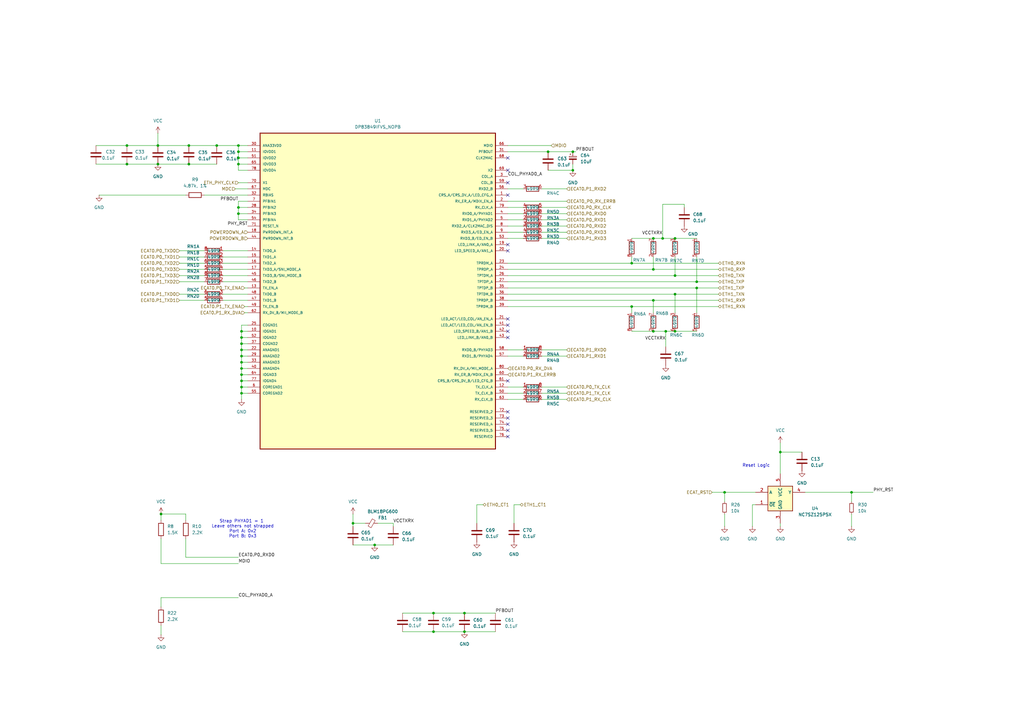
<source format=kicad_sch>
(kicad_sch (version 20231120) (generator "eeschema") (generator_version "8.0")
  (paper "A3")
  (junction (at 224.79 62.23))
  (junction (at 153.67 223.52))
  (junction (at 259.08 125.73))
  (junction (at 276.86 120.65))
  (junction (at 99.06 158.75))
  (junction (at 267.97 135.89))
  (junction (at 190.5 251.46))
  (junction (at 99.06 156.21))
  (junction (at 276.86 97.79))
  (junction (at 177.8 251.46))
  (junction (at 285.75 115.57))
  (junction (at 267.97 97.79))
  (junction (at 276.86 113.03))
  (junction (at 320.04 185.42))
  (junction (at 273.05 135.89))
  (junction (at 97.79 59.69))
  (junction (at 97.79 85.09))
  (junction (at 177.8 259.08))
  (junction (at 52.07 59.69))
  (junction (at 267.97 123.19))
  (junction (at 349.25 201.93))
  (junction (at 99.06 140.97))
  (junction (at 64.77 59.69))
  (junction (at 234.95 62.23))
  (junction (at 52.07 67.31))
  (junction (at 99.06 148.59))
  (junction (at 64.77 67.31))
  (junction (at 77.47 59.69))
  (junction (at 285.75 118.11))
  (junction (at 190.5 259.08))
  (junction (at 99.06 153.67))
  (junction (at 144.78 214.63))
  (junction (at 234.95 69.85))
  (junction (at 99.06 138.43))
  (junction (at 267.97 110.49))
  (junction (at 66.04 210.82))
  (junction (at 99.06 135.89))
  (junction (at 271.78 97.79))
  (junction (at 99.06 143.51))
  (junction (at 77.47 67.31))
  (junction (at 99.06 161.29))
  (junction (at 276.86 135.89))
  (junction (at 259.08 107.95))
  (junction (at 97.79 67.31))
  (junction (at 88.9 59.69))
  (junction (at 99.06 146.05))
  (junction (at 297.18 201.93))
  (junction (at 97.79 62.23))
  (junction (at 99.06 151.13))
  (junction (at 97.79 87.63))
  (junction (at 97.79 64.77))
  (no_connect (at 208.28 171.45))
  (no_connect (at 208.28 80.01))
  (no_connect (at 208.28 156.21))
  (no_connect (at 208.28 130.81))
  (no_connect (at 208.28 133.35))
  (no_connect (at 208.28 69.85))
  (no_connect (at 208.28 168.91))
  (no_connect (at 208.28 173.99))
  (no_connect (at 208.28 179.07))
  (no_connect (at 208.28 64.77))
  (no_connect (at 208.28 74.93))
  (no_connect (at 208.28 138.43))
  (no_connect (at 208.28 135.89))
  (no_connect (at 208.28 102.87))
  (no_connect (at 208.28 176.53))
  (no_connect (at 208.28 100.33))
  (wire (pts (xy 99.06 135.89) (xy 99.06 138.43)))
  (wire (pts (xy 222.25 85.09) (xy 232.41 85.09)))
  (wire (pts (xy 77.47 67.31) (xy 88.9 67.31)))
  (wire (pts (xy 52.07 67.31) (xy 64.77 67.31)))
  (wire (pts (xy 276.86 135.89) (xy 285.75 135.89)))
  (wire (pts (xy 91.44 107.95) (xy 101.6 107.95)))
  (wire (pts (xy 208.28 118.11) (xy 285.75 118.11)))
  (wire (pts (xy 165.1 251.46) (xy 177.8 251.46)))
  (wire (pts (xy 52.07 59.69) (xy 64.77 59.69)))
  (wire (pts (xy 97.79 59.69) (xy 97.79 62.23)))
  (wire (pts (xy 99.06 153.67) (xy 99.06 156.21)))
  (wire (pts (xy 285.75 105.41) (xy 285.75 115.57)))
  (wire (pts (xy 91.44 123.19) (xy 101.6 123.19)))
  (wire (pts (xy 190.5 259.08) (xy 203.2 259.08)))
  (wire (pts (xy 320.04 185.42) (xy 320.04 194.31)))
  (wire (pts (xy 276.86 105.41) (xy 276.86 113.03)))
  (wire (pts (xy 91.44 102.87) (xy 101.6 102.87)))
  (wire (pts (xy 161.29 214.63) (xy 161.29 215.9)))
  (wire (pts (xy 349.25 201.93) (xy 349.25 205.74)))
  (wire (pts (xy 214.63 85.09) (xy 208.28 85.09)))
  (wire (pts (xy 222.25 143.51) (xy 232.41 143.51)))
  (wire (pts (xy 271.78 83.82) (xy 280.67 83.82)))
  (wire (pts (xy 195.58 214.63) (xy 195.58 207.01)))
  (wire (pts (xy 210.82 207.01) (xy 210.82 214.63)))
  (wire (pts (xy 39.37 67.31) (xy 52.07 67.31)))
  (wire (pts (xy 297.18 210.82) (xy 297.18 215.9)))
  (wire (pts (xy 214.63 163.83) (xy 208.28 163.83)))
  (wire (pts (xy 208.28 120.65) (xy 276.86 120.65)))
  (wire (pts (xy 101.6 59.69) (xy 97.79 59.69)))
  (wire (pts (xy 259.08 125.73) (xy 294.64 125.73)))
  (wire (pts (xy 101.6 133.35) (xy 99.06 133.35)))
  (wire (pts (xy 99.06 146.05) (xy 99.06 148.59)))
  (wire (pts (xy 210.82 207.01) (xy 213.36 207.01)))
  (wire (pts (xy 97.79 62.23) (xy 97.79 64.77)))
  (wire (pts (xy 349.25 210.82) (xy 349.25 215.9)))
  (wire (pts (xy 222.25 158.75) (xy 232.41 158.75)))
  (wire (pts (xy 208.28 123.19) (xy 267.97 123.19)))
  (wire (pts (xy 208.28 62.23) (xy 224.79 62.23)))
  (wire (pts (xy 76.2 210.82) (xy 76.2 213.36)))
  (wire (pts (xy 267.97 123.19) (xy 294.64 123.19)))
  (wire (pts (xy 214.63 92.71) (xy 208.28 92.71)))
  (wire (pts (xy 330.2 201.93) (xy 349.25 201.93)))
  (wire (pts (xy 99.06 151.13) (xy 99.06 153.67)))
  (wire (pts (xy 97.79 64.77) (xy 101.6 64.77)))
  (wire (pts (xy 83.82 80.01) (xy 101.6 80.01)))
  (wire (pts (xy 144.78 223.52) (xy 153.67 223.52)))
  (wire (pts (xy 222.25 95.25) (xy 232.41 95.25)))
  (wire (pts (xy 83.82 107.95) (xy 73.66 107.95)))
  (wire (pts (xy 91.44 120.65) (xy 101.6 120.65)))
  (wire (pts (xy 214.63 95.25) (xy 208.28 95.25)))
  (wire (pts (xy 91.44 110.49) (xy 101.6 110.49)))
  (wire (pts (xy 99.06 138.43) (xy 101.6 138.43)))
  (wire (pts (xy 222.25 161.29) (xy 232.41 161.29)))
  (wire (pts (xy 222.25 90.17) (xy 232.41 90.17)))
  (wire (pts (xy 99.06 140.97) (xy 101.6 140.97)))
  (wire (pts (xy 97.79 82.55) (xy 101.6 82.55)))
  (wire (pts (xy 66.04 210.82) (xy 76.2 210.82)))
  (wire (pts (xy 88.9 59.69) (xy 77.47 59.69)))
  (wire (pts (xy 100.33 128.27) (xy 101.6 128.27)))
  (wire (pts (xy 276.86 120.65) (xy 276.86 128.27)))
  (wire (pts (xy 320.04 215.9) (xy 320.04 214.63)))
  (wire (pts (xy 99.06 153.67) (xy 101.6 153.67)))
  (wire (pts (xy 97.79 67.31) (xy 101.6 67.31)))
  (wire (pts (xy 91.44 115.57) (xy 101.6 115.57)))
  (wire (pts (xy 39.37 59.69) (xy 52.07 59.69)))
  (wire (pts (xy 97.79 62.23) (xy 101.6 62.23)))
  (wire (pts (xy 267.97 135.89) (xy 273.05 135.89)))
  (wire (pts (xy 99.06 146.05) (xy 101.6 146.05)))
  (wire (pts (xy 214.63 97.79) (xy 208.28 97.79)))
  (wire (pts (xy 97.79 74.93) (xy 101.6 74.93)))
  (wire (pts (xy 232.41 82.55) (xy 208.28 82.55)))
  (wire (pts (xy 259.08 135.89) (xy 267.97 135.89)))
  (wire (pts (xy 297.18 201.93) (xy 309.88 201.93)))
  (wire (pts (xy 66.04 220.98) (xy 66.04 231.14)))
  (wire (pts (xy 83.82 123.19) (xy 73.66 123.19)))
  (wire (pts (xy 153.67 223.52) (xy 161.29 223.52)))
  (wire (pts (xy 97.79 85.09) (xy 97.79 82.55)))
  (wire (pts (xy 99.06 148.59) (xy 101.6 148.59)))
  (wire (pts (xy 99.06 143.51) (xy 99.06 146.05)))
  (wire (pts (xy 99.06 158.75) (xy 99.06 161.29)))
  (wire (pts (xy 214.63 143.51) (xy 208.28 143.51)))
  (wire (pts (xy 222.25 97.79) (xy 232.41 97.79)))
  (wire (pts (xy 99.06 156.21) (xy 101.6 156.21)))
  (wire (pts (xy 83.82 105.41) (xy 73.66 105.41)))
  (wire (pts (xy 285.75 118.11) (xy 285.75 128.27)))
  (wire (pts (xy 97.79 87.63) (xy 101.6 87.63)))
  (wire (pts (xy 276.86 97.79) (xy 285.75 97.79)))
  (wire (pts (xy 222.25 77.47) (xy 232.41 77.47)))
  (wire (pts (xy 76.2 228.6) (xy 97.79 228.6)))
  (wire (pts (xy 349.25 201.93) (xy 358.14 201.93)))
  (wire (pts (xy 267.97 123.19) (xy 267.97 128.27)))
  (wire (pts (xy 99.06 151.13) (xy 101.6 151.13)))
  (wire (pts (xy 66.04 210.82) (xy 66.04 213.36)))
  (wire (pts (xy 97.79 85.09) (xy 101.6 85.09)))
  (wire (pts (xy 99.06 156.21) (xy 99.06 158.75)))
  (wire (pts (xy 285.75 115.57) (xy 294.64 115.57)))
  (wire (pts (xy 83.82 115.57) (xy 73.66 115.57)))
  (wire (pts (xy 208.28 125.73) (xy 259.08 125.73)))
  (wire (pts (xy 83.82 102.87) (xy 73.66 102.87)))
  (wire (pts (xy 214.63 87.63) (xy 208.28 87.63)))
  (wire (pts (xy 234.95 62.23) (xy 236.22 62.23)))
  (wire (pts (xy 214.63 158.75) (xy 208.28 158.75)))
  (wire (pts (xy 195.58 207.01) (xy 198.12 207.01)))
  (wire (pts (xy 267.97 110.49) (xy 294.64 110.49)))
  (wire (pts (xy 64.77 67.31) (xy 77.47 67.31)))
  (wire (pts (xy 97.79 69.85) (xy 101.6 69.85)))
  (wire (pts (xy 100.33 125.73) (xy 101.6 125.73)))
  (wire (pts (xy 144.78 210.82) (xy 144.78 214.63)))
  (wire (pts (xy 214.63 161.29) (xy 208.28 161.29)))
  (wire (pts (xy 208.28 110.49) (xy 267.97 110.49)))
  (wire (pts (xy 297.18 201.93) (xy 297.18 205.74)))
  (wire (pts (xy 99.06 158.75) (xy 101.6 158.75)))
  (wire (pts (xy 271.78 97.79) (xy 276.86 97.79)))
  (wire (pts (xy 66.04 231.14) (xy 97.79 231.14)))
  (wire (pts (xy 208.28 107.95) (xy 259.08 107.95)))
  (wire (pts (xy 76.2 220.98) (xy 76.2 228.6)))
  (wire (pts (xy 224.79 62.23) (xy 234.95 62.23)))
  (wire (pts (xy 285.75 118.11) (xy 294.64 118.11)))
  (wire (pts (xy 214.63 146.05) (xy 208.28 146.05)))
  (wire (pts (xy 214.63 77.47) (xy 208.28 77.47)))
  (wire (pts (xy 224.79 69.85) (xy 234.95 69.85)))
  (wire (pts (xy 309.88 207.01) (xy 308.61 207.01)))
  (wire (pts (xy 91.44 105.41) (xy 101.6 105.41)))
  (wire (pts (xy 177.8 251.46) (xy 190.5 251.46)))
  (wire (pts (xy 97.79 87.63) (xy 97.79 85.09)))
  (wire (pts (xy 276.86 113.03) (xy 294.64 113.03)))
  (wire (pts (xy 144.78 214.63) (xy 149.86 214.63)))
  (wire (pts (xy 208.28 113.03) (xy 276.86 113.03)))
  (wire (pts (xy 234.95 69.85) (xy 234.95 67.31)))
  (wire (pts (xy 99.06 135.89) (xy 101.6 135.89)))
  (wire (pts (xy 154.94 214.63) (xy 161.29 214.63)))
  (wire (pts (xy 214.63 90.17) (xy 208.28 90.17)))
  (wire (pts (xy 99.06 161.29) (xy 101.6 161.29)))
  (wire (pts (xy 66.04 248.92) (xy 66.04 245.11)))
  (wire (pts (xy 222.25 87.63) (xy 232.41 87.63)))
  (wire (pts (xy 144.78 214.63) (xy 144.78 215.9)))
  (wire (pts (xy 99.06 133.35) (xy 99.06 135.89)))
  (wire (pts (xy 97.79 64.77) (xy 97.79 67.31)))
  (wire (pts (xy 208.28 59.69) (xy 226.06 59.69)))
  (wire (pts (xy 91.44 113.03) (xy 101.6 113.03)))
  (wire (pts (xy 267.97 105.41) (xy 267.97 110.49)))
  (wire (pts (xy 222.25 92.71) (xy 232.41 92.71)))
  (wire (pts (xy 99.06 143.51) (xy 101.6 143.51)))
  (wire (pts (xy 280.67 83.82) (xy 280.67 85.09)))
  (wire (pts (xy 259.08 105.41) (xy 259.08 107.95)))
  (wire (pts (xy 99.06 138.43) (xy 99.06 140.97)))
  (wire (pts (xy 66.04 256.54) (xy 66.04 260.35)))
  (wire (pts (xy 165.1 259.08) (xy 177.8 259.08)))
  (wire (pts (xy 177.8 259.08) (xy 190.5 259.08)))
  (wire (pts (xy 97.79 90.17) (xy 97.79 87.63)))
  (wire (pts (xy 259.08 97.79) (xy 267.97 97.79)))
  (wire (pts (xy 77.47 59.69) (xy 64.77 59.69)))
  (wire (pts (xy 259.08 125.73) (xy 259.08 128.27)))
  (wire (pts (xy 66.04 245.11) (xy 97.79 245.11)))
  (wire (pts (xy 99.06 148.59) (xy 99.06 151.13)))
  (wire (pts (xy 83.82 120.65) (xy 73.66 120.65)))
  (wire (pts (xy 222.25 163.83) (xy 232.41 163.83)))
  (wire (pts (xy 101.6 90.17) (xy 97.79 90.17)))
  (wire (pts (xy 222.25 146.05) (xy 232.41 146.05)))
  (wire (pts (xy 64.77 54.61) (xy 64.77 59.69)))
  (wire (pts (xy 97.79 59.69) (xy 88.9 59.69)))
  (wire (pts (xy 99.06 140.97) (xy 99.06 143.51)))
  (wire (pts (xy 190.5 251.46) (xy 203.2 251.46)))
  (wire (pts (xy 273.05 135.89) (xy 276.86 135.89)))
  (wire (pts (xy 83.82 113.03) (xy 73.66 113.03)))
  (wire (pts (xy 267.97 97.79) (xy 271.78 97.79)))
  (wire (pts (xy 292.1 201.93) (xy 297.18 201.93)))
  (wire (pts (xy 259.08 107.95) (xy 294.64 107.95)))
  (wire (pts (xy 308.61 207.01) (xy 308.61 215.9)))
  (wire (pts (xy 320.04 185.42) (xy 328.93 185.42)))
  (wire (pts (xy 273.05 135.89) (xy 273.05 142.24)))
  (wire (pts (xy 208.28 115.57) (xy 285.75 115.57)))
  (wire (pts (xy 99.06 163.83) (xy 99.06 161.29)))
  (wire (pts (xy 96.52 77.47) (xy 101.6 77.47)))
  (wire (pts (xy 100.33 118.11) (xy 101.6 118.11)))
  (wire (pts (xy 276.86 120.65) (xy 294.64 120.65)))
  (wire (pts (xy 271.78 83.82) (xy 271.78 97.79)))
  (wire (pts (xy 83.82 110.49) (xy 73.66 110.49)))
  (wire (pts (xy 97.79 67.31) (xy 97.79 69.85)))
  (wire (pts (xy 40.64 80.01) (xy 76.2 80.01)))
  (wire (pts (xy 320.04 181.61) (xy 320.04 185.42)))
  (text "Reset Logic" (at 310.134 191.008 0) (effects (font (size 1.27 1.27))))
  (text "Strap PHYAD1 = 1 \nLeave others not strapped\nPort A: 0x2\nPort B: 0x3" (at 99.568 216.916 0) (effects (font (size 1.27 1.27))))
  (label "PFBOUT" (at 236.22 62.23 0))
  (label "PHY_RST" (at 358.14 201.93 0))
  (label "ECAT0.P0_RXD0" (at 97.79 228.6 0))
  (label "PFBOUT" (at 97.79 82.55 180))
  (label "PFBOUT" (at 203.2 251.46 0))
  (label "MDIO" (at 97.79 231.14 0))
  (label "COL_PHYAD0_A" (at 97.79 245.11 0))
  (label "PHY_RST" (at 101.6 92.71 180))
  (label "COL_PHYAD0_A" (at 208.28 72.39 0))
  (label "VCCTXRX" (at 161.29 214.63 0))
  (label "VCCTXRX" (at 271.78 96.52 180))
  (label "VCCTXRX" (at 273.05 139.7 180))
  (hierarchical_label "ECAT0.P0_RXD1" (shape input) (at 232.41 90.17 0))
  (hierarchical_label "ECAT0.P0_TXD3" (shape input) (at 73.66 110.49 180))
  (hierarchical_label "ECAT_RST" (shape input) (at 292.1 201.93 180))
  (hierarchical_label "ECAT0.P0_RXD2" (shape input) (at 232.41 92.71 0))
  (hierarchical_label "MDC" (shape input) (at 96.52 77.47 180))
  (hierarchical_label "ECAT0.P1_TXD3" (shape input) (at 73.66 113.03 180))
  (hierarchical_label "ECAT0.P0_RXD3" (shape input) (at 232.4029 95.25 0))
  (hierarchical_label "ECAT0.P0_TXD2" (shape input) (at 73.66 107.95 180))
  (hierarchical_label "ETH0_TXP" (shape bidirectional) (at 294.64 115.57 0))
  (hierarchical_label "POWERDOWN_B" (shape input) (at 101.6 97.79 180))
  (hierarchical_label "ETH1_TXN" (shape bidirectional) (at 294.64 120.65 0))
  (hierarchical_label "ECAT0.P0_TX_ENA" (shape input) (at 100.33 118.11 180))
  (hierarchical_label "ECAT0.P0_RXD0" (shape input) (at 232.41 87.63 0))
  (hierarchical_label "ECAT0.P1_TXD1" (shape input) (at 73.66 123.19 180))
  (hierarchical_label "POWERDOWN_A" (shape input) (at 101.6 95.25 180))
  (hierarchical_label "ETH0_TXN" (shape bidirectional) (at 294.64 113.03 0))
  (hierarchical_label "MDIO" (shape input) (at 226.06 59.69 0))
  (hierarchical_label "ETH1_RXP" (shape bidirectional) (at 294.64 123.19 0))
  (hierarchical_label "ECAT0.P1_RXD1" (shape input) (at 232.41 146.05 0))
  (hierarchical_label "ECAT0.P1_RXD2" (shape input) (at 232.41 77.47 0))
  (hierarchical_label "ECAT0.P0_TXD1" (shape input) (at 73.66 105.41 180))
  (hierarchical_label "ECAT0.P1_TXD2" (shape input) (at 73.66 115.57 180))
  (hierarchical_label "ECAT0.P1_RXD3" (shape input) (at 232.41 97.79 0))
  (hierarchical_label "ECAT0.P0_RX_CLK" (shape input) (at 232.41 85.09 0))
  (hierarchical_label "ETH_PHY_CLK" (shape input) (at 97.79 74.93 180))
  (hierarchical_label "ECAT0.P1_RX_DVA" (shape input) (at 100.33 128.27 180))
  (hierarchical_label "ECAT0.P0_RX_DVA" (shape input) (at 208.28 151.13 0))
  (hierarchical_label "ETH1_RXN" (shape bidirectional) (at 294.64 125.73 0))
  (hierarchical_label "ETH0_RXN" (shape bidirectional) (at 294.64 107.95 0))
  (hierarchical_label "ETH1_TXP" (shape bidirectional) (at 294.64 118.11 0))
  (hierarchical_label "ECAT0.P0_TX_CLK" (shape input) (at 232.41 158.75 0))
  (hierarchical_label "ECAT0.P1_TXD0" (shape input) (at 73.66 120.65 180))
  (hierarchical_label "ECAT0.P1_RX_ERRB" (shape input) (at 208.28 153.67 0))
  (hierarchical_label "ETH0_CT1" (shape bidirectional) (at 198.12 207.01 0))
  (hierarchical_label "ECAT0.P1_TX_CLK" (shape input) (at 232.41 161.29 0))
  (hierarchical_label "ECAT0.P1_TX_ENA" (shape input) (at 100.33 125.73 180))
  (hierarchical_label "ECAT0.P0_TXD0" (shape input) (at 73.66 102.87 180))
  (hierarchical_label "ECAT0.P1_RX_CLK" (shape input) (at 232.41 163.83 0))
  (hierarchical_label "ETH0_RXP" (shape bidirectional) (at 294.64 110.49 0))
  (hierarchical_label "ECAT0.P1_RXD0" (shape input) (at 232.41 143.51 0))
  (hierarchical_label "ECAT0_P0_RX_ERRB" (shape input) (at 232.41 82.55 0))
  (hierarchical_label "ETH1_CT1" (shape bidirectional) (at 213.36 207.01 0))
  (symbol (lib_id "Device:C") (at 165.1 255.27 0) (mirror y) (unit 1)
    (property "Reference" "C58" (at 172.974 254.762 0) (effects (justify left bottom)))
    (property "Value" "${CAPACITANCE}" (at 172.974 257.302 0) (effects (justify left bottom)))
    (property "Footprint" "Capacitor_SMD:C_0603_1608Metric" (effects (hide yes)))
    (property "Description" "CAP CER 0.1UF 50V X7R 0603" (effects (hide yes)))
    (property "SUPPLIER 1" "Digi-Key" (effects (hide yes)))
    (property "SUPPLIER PART NUMBER 1" "490-1519-2-ND" (effects (hide yes)))
    (property "MANUFACTURER" "Murata Electronics North America" (effects (hide yes)))
    (property "MANUFACTURER PART NUMBER" "GRM188R71H104KA93D" (effects (hide yes)))
    (property "ROHS" "RoHS Compliant" (effects (hide yes)))
    (property "CATEGORY" "Capacitors" (effects (hide yes)))
    (property "PRICING 1" "4000=0.01822, 8000=0.01663, 12000=0.01584 (USD)" (effects (hide yes)))
    (property "PACKAGING" "Tape & Reel (TR)" (effects (hide yes)))
    (property "CAPACITANCE" "0.1uF" (effects (hide yes)))
    (property "TOLERANCE" "±10%" (effects (hide yes)))
    (property "VOLTAGE - RATED" "50V" (effects (hide yes)))
    (property "TEMPERATURE COEFFICIENT" "X7R" (effects (hide yes)))
    (property "MOUNTING TYPE" "Surface Mount, MLCC" (effects (hide yes)))
    (property "OPERATING TEMPERATURE" "-55°C ~ 125°C" (effects (hide yes)))
    (property "APPLICATIONS" "General Purpose" (effects (hide yes)))
    (property "RATINGS" "-" (effects (hide yes)))
    (property "PACKAGE / CASE" "0603 (1608 Metric)" (effects (hide yes)))
    (property "SIZE / DIMENSION" "0.063\" L x 0.032\" W (1.60mm x 0.80mm)" (effects (hide yes)))
    (property "HEIGHT - SEATED (MAX)" "-" (effects (hide yes)))
    (property "THICKNESS (MAX)" "0.035\" (0.90mm)" (effects (hide yes)))
    (property "LEAD SPACING" "-" (effects (hide yes)))
    (property "FEATURES" "-" (effects (hide yes)))
    (property "LEAD STYLE" "-" (effects (hide yes)))
    (property "COMPONENTLINK1URL" "http://www.murata.com/~/media/webrenewal/support/library/catalog/products/capacitor/mlcc/c02e.ashx?la=en-us" (effects (hide yes)))
    (property "COMPONENTLINK1DESCRIPTION" "http://www.murata.com/~/media/webrenewal/support/library/catalog/products/capacitor/mlcc/c02e.ashx?la=en-us" (effects (hide yes)))
    (property "STOCK" "19812000" (effects (hide yes)))
    (property "PART STATUS" "Active" (effects (hide yes)))
    (property "SUPPLIER 2" "Digi-Key" (effects (hide yes)))
    (property "SUPPLIER PART NUMBER 2" "490-1519-1-ND" (effects (hide yes)))
    (property "PRICING 2" "1=0.12, 10=0.084, 100=0.0396, 500=0.02778, 1000=0.023 (USD)" (effects (hide yes)))
    (property "LCSC Part #" "C77055" (effects (hide yes)))
  )
  (symbol (lib_id "Device:R_Pack04_Split") (at 87.63 105.41 90) (unit 2)
    (property "Reference" "RN1" (at 79.248 103.632 90))
    (property "Value" "49R9" (at 87.63 105.41 90))
    (property "Footprint" "Resistor_THT:R_Array_SIP5" (effects (hide yes)))
    (property "Description" "4 resistor network, parallel topology, split" (effects (hide yes)))
    (property "LCSC Part #" " C414586" (effects (hide yes)))
  )
  (symbol (lib_id "power:GND") (at 320.04 215.9 0) (unit 1)
    (property "Reference" "#PWR070" (effects (hide yes)))
    (property "Value" "GND" (at 320.04 220.98 0))
    (property "Description" "Power symbol creates a global label with name \"GND\" , ground" (effects (hide yes)))
  )
  (symbol (lib_id "Device:C") (at 273.05 146.05 0) (unit 1)
    (property "Reference" "C67" (at 276.606 145.796 0) (effects (justify left bottom)))
    (property "Value" "${CAPACITANCE}" (at 276.606 148.336 0) (effects (justify left bottom)))
    (property "Footprint" "Capacitor_SMD:C_0603_1608Metric" (effects (hide yes)))
    (property "Description" "CAP CER 0.1UF 50V X7R 0603" (effects (hide yes)))
    (property "SUPPLIER 1" "Digi-Key" (effects (hide yes)))
    (property "SUPPLIER PART NUMBER 1" "490-1519-2-ND" (effects (hide yes)))
    (property "MANUFACTURER" "Murata Electronics North America" (effects (hide yes)))
    (property "MANUFACTURER PART NUMBER" "GRM188R71H104KA93D" (effects (hide yes)))
    (property "ROHS" "RoHS Compliant" (effects (hide yes)))
    (property "CATEGORY" "Capacitors" (effects (hide yes)))
    (property "PRICING 1" "4000=0.01822, 8000=0.01663, 12000=0.01584 (USD)" (effects (hide yes)))
    (property "PACKAGING" "Tape & Reel (TR)" (effects (hide yes)))
    (property "CAPACITANCE" "0.1uF" (effects (hide yes)))
    (property "TOLERANCE" "±10%" (effects (hide yes)))
    (property "VOLTAGE - RATED" "50V" (effects (hide yes)))
    (property "TEMPERATURE COEFFICIENT" "X7R" (effects (hide yes)))
    (property "MOUNTING TYPE" "Surface Mount, MLCC" (effects (hide yes)))
    (property "OPERATING TEMPERATURE" "-55°C ~ 125°C" (effects (hide yes)))
    (property "APPLICATIONS" "General Purpose" (effects (hide yes)))
    (property "RATINGS" "-" (effects (hide yes)))
    (property "PACKAGE / CASE" "0603 (1608 Metric)" (effects (hide yes)))
    (property "SIZE / DIMENSION" "0.063\" L x 0.032\" W (1.60mm x 0.80mm)" (effects (hide yes)))
    (property "HEIGHT - SEATED (MAX)" "-" (effects (hide yes)))
    (property "THICKNESS (MAX)" "0.035\" (0.90mm)" (effects (hide yes)))
    (property "LEAD SPACING" "-" (effects (hide yes)))
    (property "FEATURES" "-" (effects (hide yes)))
    (property "LEAD STYLE" "-" (effects (hide yes)))
    (property "COMPONENTLINK1URL" "http://www.murata.com/~/media/webrenewal/support/library/catalog/products/capacitor/mlcc/c02e.ashx?la=en-us" (effects (hide yes)))
    (property "COMPONENTLINK1DESCRIPTION" "http://www.murata.com/~/media/webrenewal/support/library/catalog/products/capacitor/mlcc/c02e.ashx?la=en-us" (effects (hide yes)))
    (property "STOCK" "19812000" (effects (hide yes)))
    (property "PART STATUS" "Active" (effects (hide yes)))
    (property "SUPPLIER 2" "Digi-Key" (effects (hide yes)))
    (property "SUPPLIER PART NUMBER 2" "490-1519-1-ND" (effects (hide yes)))
    (property "PRICING 2" "1=0.12, 10=0.084, 100=0.0396, 500=0.02778, 1000=0.023 (USD)" (effects (hide yes)))
    (property "LCSC Part #" "C77055" (effects (hide yes)))
  )
  (symbol (lib_id "Device:C") (at 190.5 255.27 0) (unit 1)
    (property "Reference" "C60" (at 194.056 255.016 0) (effects (justify left bottom)))
    (property "Value" "${CAPACITANCE}" (at 194.056 257.556 0) (effects (justify left bottom)))
    (property "Footprint" "Capacitor_SMD:C_0603_1608Metric" (effects (hide yes)))
    (property "Description" "CAP CER 0.1UF 50V X7R 0603" (effects (hide yes)))
    (property "SUPPLIER 1" "Digi-Key" (effects (hide yes)))
    (property "SUPPLIER PART NUMBER 1" "490-1519-2-ND" (effects (hide yes)))
    (property "MANUFACTURER" "Murata Electronics North America" (effects (hide yes)))
    (property "MANUFACTURER PART NUMBER" "GRM188R71H104KA93D" (effects (hide yes)))
    (property "ROHS" "RoHS Compliant" (effects (hide yes)))
    (property "CATEGORY" "Capacitors" (effects (hide yes)))
    (property "PRICING 1" "4000=0.01822, 8000=0.01663, 12000=0.01584 (USD)" (effects (hide yes)))
    (property "PACKAGING" "Tape & Reel (TR)" (effects (hide yes)))
    (property "CAPACITANCE" "0.1uF" (effects (hide yes)))
    (property "TOLERANCE" "±10%" (effects (hide yes)))
    (property "VOLTAGE - RATED" "50V" (effects (hide yes)))
    (property "TEMPERATURE COEFFICIENT" "X7R" (effects (hide yes)))
    (property "MOUNTING TYPE" "Surface Mount, MLCC" (effects (hide yes)))
    (property "OPERATING TEMPERATURE" "-55°C ~ 125°C" (effects (hide yes)))
    (property "APPLICATIONS" "General Purpose" (effects (hide yes)))
    (property "RATINGS" "-" (effects (hide yes)))
    (property "PACKAGE / CASE" "0603 (1608 Metric)" (effects (hide yes)))
    (property "SIZE / DIMENSION" "0.063\" L x 0.032\" W (1.60mm x 0.80mm)" (effects (hide yes)))
    (property "HEIGHT - SEATED (MAX)" "-" (effects (hide yes)))
    (property "THICKNESS (MAX)" "0.035\" (0.90mm)" (effects (hide yes)))
    (property "LEAD SPACING" "-" (effects (hide yes)))
    (property "FEATURES" "-" (effects (hide yes)))
    (property "LEAD STYLE" "-" (effects (hide yes)))
    (property "COMPONENTLINK1URL" "http://www.murata.com/~/media/webrenewal/support/library/catalog/products/capacitor/mlcc/c02e.ashx?la=en-us" (effects (hide yes)))
    (property "COMPONENTLINK1DESCRIPTION" "http://www.murata.com/~/media/webrenewal/support/library/catalog/products/capacitor/mlcc/c02e.ashx?la=en-us" (effects (hide yes)))
    (property "STOCK" "19812000" (effects (hide yes)))
    (property "PART STATUS" "Active" (effects (hide yes)))
    (property "SUPPLIER 2" "Digi-Key" (effects (hide yes)))
    (property "SUPPLIER PART NUMBER 2" "490-1519-1-ND" (effects (hide yes)))
    (property "PRICING 2" "1=0.12, 10=0.084, 100=0.0396, 500=0.02778, 1000=0.023 (USD)" (effects (hide yes)))
    (property "LCSC Part #" "C77055" (effects (hide yes)))
  )
  (symbol (lib_id "Device:R_Pack04_Split") (at 267.97 132.08 0) (unit 2)
    (property "Reference" "RN6" (at 271.526 128.524 0))
    (property "Value" "49R9" (at 267.97 132.08 90))
    (property "Footprint" "Resistor_THT:R_Array_SIP5" (effects (hide yes)))
    (property "Description" "4 resistor network, parallel topology, split" (effects (hide yes)))
    (property "LCSC Part #" " C414586" (effects (hide yes)))
  )
  (symbol (lib_id "Device:R_Pack04_Split") (at 218.44 87.63 270) (unit 1)
    (property "Reference" "RN3" (at 226.822 89.408 90))
    (property "Value" "49R9" (at 218.44 87.63 90))
    (property "Footprint" "Resistor_THT:R_Array_SIP5" (effects (hide yes)))
    (property "Description" "4 resistor network, parallel topology, split" (effects (hide yes)))
    (property "LCSC Part #" " C414586" (effects (hide yes)))
  )
  (symbol (lib_id "power:GND") (at 190.5 259.08 0) (unit 1)
    (property "Reference" "#PWR039" (effects (hide yes)))
    (property "Value" "GND" (at 190.5 264.16 0))
    (property "Description" "Power symbol creates a global label with name \"GND\" , ground" (effects (hide yes)))
  )
  (symbol (lib_id "power:GND") (at 153.67 223.52 0) (unit 1)
    (property "Reference" "#PWR071" (effects (hide yes)))
    (property "Value" "GND" (at 153.67 228.6 0))
    (property "Description" "Power symbol creates a global label with name \"GND\" , ground" (effects (hide yes)))
  )
  (symbol (lib_id "power:GND") (at 195.58 222.25 0) (unit 1)
    (property "Reference" "#PWR074" (effects (hide yes)))
    (property "Value" "GND" (at 195.58 227.33 0))
    (property "Description" "Power symbol creates a global label with name \"GND\" , ground" (effects (hide yes)))
  )
  (symbol (lib_id "power:GND") (at 273.05 149.86 0) (unit 1)
    (property "Reference" "#PWR072" (effects (hide yes)))
    (property "Value" "GND" (at 273.05 154.94 0))
    (property "Description" "Power symbol creates a global label with name \"GND\" , ground" (effects (hide yes)))
  )
  (symbol (lib_id "Device:R_Pack04_Split") (at 87.63 107.95 90) (unit 3)
    (property "Reference" "RN1" (at 79.248 106.172 90))
    (property "Value" "49R9" (at 87.63 107.95 90))
    (property "Footprint" "Resistor_THT:R_Array_SIP5" (effects (hide yes)))
    (property "Description" "4 resistor network, parallel topology, split" (effects (hide yes)))
    (property "LCSC Part #" " C414586" (effects (hide yes)))
  )
  (symbol (lib_id "Device:R_Pack04_Split") (at 218.44 77.47 270) (unit 3)
    (property "Reference" "RN4" (at 226.822 79.248 90))
    (property "Value" "49R9" (at 218.44 77.47 90))
    (property "Footprint" "Resistor_THT:R_Array_SIP5" (effects (hide yes)))
    (property "Description" "4 resistor network, parallel topology, split" (effects (hide yes)))
    (property "LCSC Part #" " C414586" (effects (hide yes)))
  )
  (symbol (lib_id "Device:R_Pack04_Split") (at 259.08 101.6 180) (unit 1)
    (property "Reference" "RN7" (at 262.128 106.68 0))
    (property "Value" "49R9" (at 259.08 101.6 90))
    (property "Footprint" "Resistor_THT:R_Array_SIP5" (effects (hide yes)))
    (property "Description" "4 resistor network, parallel topology, split" (effects (hide yes)))
    (property "LCSC Part #" " C414586" (effects (hide yes)))
  )
  (symbol (lib_id "Device:R_Pack04_Split") (at 276.86 132.08 180) (unit 3)
    (property "Reference" "RN6" (at 277.368 137.414 0))
    (property "Value" "49R9" (at 276.86 132.08 90))
    (property "Footprint" "Resistor_THT:R_Array_SIP5" (effects (hide yes)))
    (property "Description" "4 resistor network, parallel topology, split" (effects (hide yes)))
    (property "LCSC Part #" " C414586" (effects (hide yes)))
  )
  (symbol (lib_id "Device:C") (at 195.58 218.44 0) (unit 1)
    (property "Reference" "C69" (at 199.136 218.186 0) (effects (justify left bottom)))
    (property "Value" "${CAPACITANCE}" (at 199.136 220.726 0) (effects (justify left bottom)))
    (property "Footprint" "Capacitor_SMD:C_0603_1608Metric" (effects (hide yes)))
    (property "Description" "CAP CER 0.1UF 50V X7R 0603" (effects (hide yes)))
    (property "SUPPLIER 1" "Digi-Key" (effects (hide yes)))
    (property "SUPPLIER PART NUMBER 1" "490-1519-2-ND" (effects (hide yes)))
    (property "MANUFACTURER" "Murata Electronics North America" (effects (hide yes)))
    (property "MANUFACTURER PART NUMBER" "GRM188R71H104KA93D" (effects (hide yes)))
    (property "ROHS" "RoHS Compliant" (effects (hide yes)))
    (property "CATEGORY" "Capacitors" (effects (hide yes)))
    (property "PRICING 1" "4000=0.01822, 8000=0.01663, 12000=0.01584 (USD)" (effects (hide yes)))
    (property "PACKAGING" "Tape & Reel (TR)" (effects (hide yes)))
    (property "CAPACITANCE" "0.1uF" (effects (hide yes)))
    (property "TOLERANCE" "±10%" (effects (hide yes)))
    (property "VOLTAGE - RATED" "50V" (effects (hide yes)))
    (property "TEMPERATURE COEFFICIENT" "X7R" (effects (hide yes)))
    (property "MOUNTING TYPE" "Surface Mount, MLCC" (effects (hide yes)))
    (property "OPERATING TEMPERATURE" "-55°C ~ 125°C" (effects (hide yes)))
    (property "APPLICATIONS" "General Purpose" (effects (hide yes)))
    (property "RATINGS" "-" (effects (hide yes)))
    (property "PACKAGE / CASE" "0603 (1608 Metric)" (effects (hide yes)))
    (property "SIZE / DIMENSION" "0.063\" L x 0.032\" W (1.60mm x 0.80mm)" (effects (hide yes)))
    (property "HEIGHT - SEATED (MAX)" "-" (effects (hide yes)))
    (property "THICKNESS (MAX)" "0.035\" (0.90mm)" (effects (hide yes)))
    (property "LEAD SPACING" "-" (effects (hide yes)))
    (property "FEATURES" "-" (effects (hide yes)))
    (property "LEAD STYLE" "-" (effects (hide yes)))
    (property "COMPONENTLINK1URL" "http://www.murata.com/~/media/webrenewal/support/library/catalog/products/capacitor/mlcc/c02e.ashx?la=en-us" (effects (hide yes)))
    (property "COMPONENTLINK1DESCRIPTION" "http://www.murata.com/~/media/webrenewal/support/library/catalog/products/capacitor/mlcc/c02e.ashx?la=en-us" (effects (hide yes)))
    (property "STOCK" "19812000" (effects (hide yes)))
    (property "PART STATUS" "Active" (effects (hide yes)))
    (property "SUPPLIER 2" "Digi-Key" (effects (hide yes)))
    (property "SUPPLIER PART NUMBER 2" "490-1519-1-ND" (effects (hide yes)))
    (property "PRICING 2" "1=0.12, 10=0.084, 100=0.0396, 500=0.02778, 1000=0.023 (USD)" (effects (hide yes)))
    (property "LCSC Part #" "C77055" (effects (hide yes)))
  )
  (symbol (lib_id "Device:R_Pack04_Split") (at 87.63 123.19 90) (unit 4)
    (property "Reference" "RN2" (at 79.248 121.412 90))
    (property "Value" "49R9" (at 87.63 123.19 90))
    (property "Footprint" "Resistor_THT:R_Array_SIP5" (effects (hide yes)))
    (property "Description" "4 resistor network, parallel topology, split" (effects (hide yes)))
    (property "LCSC Part #" " C414586" (effects (hide yes)))
  )
  (symbol (lib_id "Device:C") (at 39.37 63.5 0) (mirror y) (unit 1)
    (property "Reference" "C32" (at 47.244 62.992 0) (effects (justify left bottom)))
    (property "Value" "${CAPACITANCE}" (at 47.244 65.532 0) (effects (justify left bottom)))
    (property "Footprint" "Capacitor_SMD:C_0603_1608Metric" (effects (hide yes)))
    (property "Description" "CAP CER 0.1UF 50V X7R 0603" (effects (hide yes)))
    (property "SUPPLIER 1" "Digi-Key" (effects (hide yes)))
    (property "SUPPLIER PART NUMBER 1" "490-1519-2-ND" (effects (hide yes)))
    (property "MANUFACTURER" "Murata Electronics North America" (effects (hide yes)))
    (property "MANUFACTURER PART NUMBER" "GRM188R71H104KA93D" (effects (hide yes)))
    (property "ROHS" "RoHS Compliant" (effects (hide yes)))
    (property "CATEGORY" "Capacitors" (effects (hide yes)))
    (property "PRICING 1" "4000=0.01822, 8000=0.01663, 12000=0.01584 (USD)" (effects (hide yes)))
    (property "PACKAGING" "Tape & Reel (TR)" (effects (hide yes)))
    (property "CAPACITANCE" "0.1uF" (effects (hide yes)))
    (property "TOLERANCE" "±10%" (effects (hide yes)))
    (property "VOLTAGE - RATED" "50V" (effects (hide yes)))
    (property "TEMPERATURE COEFFICIENT" "X7R" (effects (hide yes)))
    (property "MOUNTING TYPE" "Surface Mount, MLCC" (effects (hide yes)))
    (property "OPERATING TEMPERATURE" "-55°C ~ 125°C" (effects (hide yes)))
    (property "APPLICATIONS" "General Purpose" (effects (hide yes)))
    (property "RATINGS" "-" (effects (hide yes)))
    (property "PACKAGE / CASE" "0603 (1608 Metric)" (effects (hide yes)))
    (property "SIZE / DIMENSION" "0.063\" L x 0.032\" W (1.60mm x 0.80mm)" (effects (hide yes)))
    (property "HEIGHT - SEATED (MAX)" "-" (effects (hide yes)))
    (property "THICKNESS (MAX)" "0.035\" (0.90mm)" (effects (hide yes)))
    (property "LEAD SPACING" "-" (effects (hide yes)))
    (property "FEATURES" "-" (effects (hide yes)))
    (property "LEAD STYLE" "-" (effects (hide yes)))
    (property "COMPONENTLINK1URL" "http://www.murata.com/~/media/webrenewal/support/library/catalog/products/capacitor/mlcc/c02e.ashx?la=en-us" (effects (hide yes)))
    (property "COMPONENTLINK1DESCRIPTION" "http://www.murata.com/~/media/webrenewal/support/library/catalog/products/capacitor/mlcc/c02e.ashx?la=en-us" (effects (hide yes)))
    (property "STOCK" "19812000" (effects (hide yes)))
    (property "PART STATUS" "Active" (effects (hide yes)))
    (property "SUPPLIER 2" "Digi-Key" (effects (hide yes)))
    (property "SUPPLIER PART NUMBER 2" "490-1519-1-ND" (effects (hide yes)))
    (property "PRICING 2" "1=0.12, 10=0.084, 100=0.0396, 500=0.02778, 1000=0.023 (USD)" (effects (hide yes)))
    (property "LCSC Part #" "C77055" (effects (hide yes)))
  )
  (symbol (lib_id "power:GND") (at 234.95 69.85 0) (unit 1)
    (property "Reference" "#PWR041" (effects (hide yes)))
    (property "Value" "GND" (at 234.95 74.93 0))
    (property "Description" "Power symbol creates a global label with name \"GND\" , ground" (effects (hide yes)))
  )
  (symbol (lib_id "power:GND") (at 66.04 260.35 0) (unit 1)
    (property "Reference" "#PWR043" (effects (hide yes)))
    (property "Value" "GND" (at 66.04 265.43 0))
    (property "Description" "Power symbol creates a global label with name \"GND\" , ground" (effects (hide yes)))
  )
  (symbol (lib_id "power:GND") (at 64.77 67.31 0) (unit 1)
    (property "Reference" "#PWR038" (effects (hide yes)))
    (property "Value" "GND" (at 64.77 72.39 0))
    (property "Description" "Power symbol creates a global label with name \"GND\" , ground" (effects (hide yes)))
  )
  (symbol (lib_id "power:VCC") (at 66.04 210.82 0) (unit 1)
    (property "Reference" "#PWR037" (effects (hide yes)))
    (property "Value" "VCC" (at 66.04 205.74 0))
    (property "Description" "Power symbol creates a global label with name \"VCC\"" (effects (hide yes)))
  )
  (symbol (lib_id "Device:C") (at 144.78 219.71 0) (unit 1)
    (property "Reference" "C65" (at 148.082 219.202 0) (effects (justify left bottom)))
    (property "Value" "${CAPACITANCE}" (at 148.082 221.742 0) (effects (justify left bottom)))
    (property "Footprint" "Capacitor_SMD:C_0603_1608Metric" (effects (hide yes)))
    (property "Description" "CAP CER 0.1UF 50V X7R 0603" (effects (hide yes)))
    (property "SUPPLIER 1" "Digi-Key" (effects (hide yes)))
    (property "SUPPLIER PART NUMBER 1" "490-1519-2-ND" (effects (hide yes)))
    (property "MANUFACTURER" "Murata Electronics North America" (effects (hide yes)))
    (property "MANUFACTURER PART NUMBER" "GRM188R71H104KA93D" (effects (hide yes)))
    (property "ROHS" "RoHS Compliant" (effects (hide yes)))
    (property "CATEGORY" "Capacitors" (effects (hide yes)))
    (property "PRICING 1" "4000=0.01822, 8000=0.01663, 12000=0.01584 (USD)" (effects (hide yes)))
    (property "PACKAGING" "Tape & Reel (TR)" (effects (hide yes)))
    (property "CAPACITANCE" "0.1uF" (effects (hide yes)))
    (property "TOLERANCE" "±10%" (effects (hide yes)))
    (property "VOLTAGE - RATED" "50V" (effects (hide yes)))
    (property "TEMPERATURE COEFFICIENT" "X7R" (effects (hide yes)))
    (property "MOUNTING TYPE" "Surface Mount, MLCC" (effects (hide yes)))
    (property "OPERATING TEMPERATURE" "-55°C ~ 125°C" (effects (hide yes)))
    (property "APPLICATIONS" "General Purpose" (effects (hide yes)))
    (property "RATINGS" "-" (effects (hide yes)))
    (property "PACKAGE / CASE" "0603 (1608 Metric)" (effects (hide yes)))
    (property "SIZE / DIMENSION" "0.063\" L x 0.032\" W (1.60mm x 0.80mm)" (effects (hide yes)))
    (property "HEIGHT - SEATED (MAX)" "-" (effects (hide yes)))
    (property "THICKNESS (MAX)" "0.035\" (0.90mm)" (effects (hide yes)))
    (property "LEAD SPACING" "-" (effects (hide yes)))
    (property "FEATURES" "-" (effects (hide yes)))
    (property "LEAD STYLE" "-" (effects (hide yes)))
    (property "COMPONENTLINK1URL" "http://www.murata.com/~/media/webrenewal/support/library/catalog/products/capacitor/mlcc/c02e.ashx?la=en-us" (effects (hide yes)))
    (property "COMPONENTLINK1DESCRIPTION" "http://www.murata.com/~/media/webrenewal/support/library/catalog/products/capacitor/mlcc/c02e.ashx?la=en-us" (effects (hide yes)))
    (property "STOCK" "19812000" (effects (hide yes)))
    (property "PART STATUS" "Active" (effects (hide yes)))
    (property "SUPPLIER 2" "Digi-Key" (effects (hide yes)))
    (property "SUPPLIER PART NUMBER 2" "490-1519-1-ND" (effects (hide yes)))
    (property "PRICING 2" "1=0.12, 10=0.084, 100=0.0396, 500=0.02778, 1000=0.023 (USD)" (effects (hide yes)))
    (property "LCSC Part #" "C77055" (effects (hide yes)))
  )
  (symbol (lib_id "Device:R_Pack04_Split") (at 218.44 146.05 270) (unit 2)
    (property "Reference" "RN4" (at 226.822 147.828 90))
    (property "Value" "49R9" (at 218.44 146.05 90))
    (property "Footprint" "Resistor_THT:R_Array_SIP5" (effects (hide yes)))
    (property "Description" "4 resistor network, parallel topology, split" (effects (hide yes)))
    (property "LCSC Part #" " C414586" (effects (hide yes)))
  )
  (symbol (lib_id "Device:R_Small") (at 297.18 208.28 0) (unit 1)
    (property "Reference" "R26" (at 299.72 207.0099 0) (effects (justify left)))
    (property "Value" "10k" (at 299.72 209.5499 0) (effects (justify left)))
    (property "Footprint" "Resistor_SMD:R_0603_1608Metric" (effects (hide yes)))
    (property "Description" "Resistor, small symbol" (effects (hide yes)))
    (property "LCSC Part #" " C25804" (effects (hide yes)))
  )
  (symbol (lib_id "Device:C") (at 224.79 66.04 0) (unit 1)
    (property "Reference" "C63" (at 228.6 65.786 0) (effects (justify left bottom)))
    (property "Value" "${CAPACITANCE}" (at 228.6 68.326 0) (effects (justify left bottom)))
    (property "Footprint" "Capacitor_SMD:C_0603_1608Metric" (effects (hide yes)))
    (property "Description" "CAP CER 0.1UF 50V X7R 0603" (effects (hide yes)))
    (property "SUPPLIER 1" "Digi-Key" (effects (hide yes)))
    (property "SUPPLIER PART NUMBER 1" "490-1519-2-ND" (effects (hide yes)))
    (property "MANUFACTURER" "Murata Electronics North America" (effects (hide yes)))
    (property "MANUFACTURER PART NUMBER" "GRM188R71H104KA93D" (effects (hide yes)))
    (property "ROHS" "RoHS Compliant" (effects (hide yes)))
    (property "CATEGORY" "Capacitors" (effects (hide yes)))
    (property "PRICING 1" "4000=0.01822, 8000=0.01663, 12000=0.01584 (USD)" (effects (hide yes)))
    (property "PACKAGING" "Tape & Reel (TR)" (effects (hide yes)))
    (property "CAPACITANCE" "0.1uF" (effects (hide yes)))
    (property "TOLERANCE" "±10%" (effects (hide yes)))
    (property "VOLTAGE - RATED" "50V" (effects (hide yes)))
    (property "TEMPERATURE COEFFICIENT" "X7R" (effects (hide yes)))
    (property "MOUNTING TYPE" "Surface Mount, MLCC" (effects (hide yes)))
    (property "OPERATING TEMPERATURE" "-55°C ~ 125°C" (effects (hide yes)))
    (property "APPLICATIONS" "General Purpose" (effects (hide yes)))
    (property "RATINGS" "-" (effects (hide yes)))
    (property "PACKAGE / CASE" "0603 (1608 Metric)" (effects (hide yes)))
    (property "SIZE / DIMENSION" "0.063\" L x 0.032\" W (1.60mm x 0.80mm)" (effects (hide yes)))
    (property "HEIGHT - SEATED (MAX)" "-" (effects (hide yes)))
    (property "THICKNESS (MAX)" "0.035\" (0.90mm)" (effects (hide yes)))
    (property "LEAD SPACING" "-" (effects (hide yes)))
    (property "FEATURES" "-" (effects (hide yes)))
    (property "LEAD STYLE" "-" (effects (hide yes)))
    (property "COMPONENTLINK1URL" "http://www.murata.com/~/media/webrenewal/support/library/catalog/products/capacitor/mlcc/c02e.ashx?la=en-us" (effects (hide yes)))
    (property "COMPONENTLINK1DESCRIPTION" "http://www.murata.com/~/media/webrenewal/support/library/catalog/products/capacitor/mlcc/c02e.ashx?la=en-us" (effects (hide yes)))
    (property "STOCK" "19812000" (effects (hide yes)))
    (property "PART STATUS" "Active" (effects (hide yes)))
    (property "SUPPLIER 2" "Digi-Key" (effects (hide yes)))
    (property "SUPPLIER PART NUMBER 2" "490-1519-1-ND" (effects (hide yes)))
    (property "PRICING 2" "1=0.12, 10=0.084, 100=0.0396, 500=0.02778, 1000=0.023 (USD)" (effects (hide yes)))
    (property "LCSC Part #" "C77055" (effects (hide yes)))
  )
  (symbol (lib_id "Device:C_Polarized_Small") (at 234.95 64.77 0) (unit 1)
    (property "Reference" "C64" (at 237.998 63.754 0) (effects (justify left)))
    (property "Value" "10uF" (at 237.998 66.294 0) (effects (justify left)))
    (property "Footprint" "Capacitor_SMD:CP_Elec_6.3x5.4" (effects (hide yes)))
    (property "Description" "Polarized capacitor, small symbol" (effects (hide yes)))
    (property "LCSC Part #" " C2977481" (effects (hide yes)))
  )
  (symbol (lib_id "Device:C") (at 161.29 219.71 0) (unit 1)
    (property "Reference" "C66" (at 164.846 219.456 0) (effects (justify left bottom)))
    (property "Value" "${CAPACITANCE}" (at 164.846 221.996 0) (effects (justify left bottom)))
    (property "Footprint" "Capacitor_SMD:C_0603_1608Metric" (effects (hide yes)))
    (property "Description" "CAP CER 0.1UF 50V X7R 0603" (effects (hide yes)))
    (property "SUPPLIER 1" "Digi-Key" (effects (hide yes)))
    (property "SUPPLIER PART NUMBER 1" "490-1519-2-ND" (effects (hide yes)))
    (property "MANUFACTURER" "Murata Electronics North America" (effects (hide yes)))
    (property "MANUFACTURER PART NUMBER" "GRM188R71H104KA93D" (effects (hide yes)))
    (property "ROHS" "RoHS Compliant" (effects (hide yes)))
    (property "CATEGORY" "Capacitors" (effects (hide yes)))
    (property "PRICING 1" "4000=0.01822, 8000=0.01663, 12000=0.01584 (USD)" (effects (hide yes)))
    (property "PACKAGING" "Tape & Reel (TR)" (effects (hide yes)))
    (property "CAPACITANCE" "0.1uF" (effects (hide yes)))
    (property "TOLERANCE" "±10%" (effects (hide yes)))
    (property "VOLTAGE - RATED" "50V" (effects (hide yes)))
    (property "TEMPERATURE COEFFICIENT" "X7R" (effects (hide yes)))
    (property "MOUNTING TYPE" "Surface Mount, MLCC" (effects (hide yes)))
    (property "OPERATING TEMPERATURE" "-55°C ~ 125°C" (effects (hide yes)))
    (property "APPLICATIONS" "General Purpose" (effects (hide yes)))
    (property "RATINGS" "-" (effects (hide yes)))
    (property "PACKAGE / CASE" "0603 (1608 Metric)" (effects (hide yes)))
    (property "SIZE / DIMENSION" "0.063\" L x 0.032\" W (1.60mm x 0.80mm)" (effects (hide yes)))
    (property "HEIGHT - SEATED (MAX)" "-" (effects (hide yes)))
    (property "THICKNESS (MAX)" "0.035\" (0.90mm)" (effects (hide yes)))
    (property "LEAD SPACING" "-" (effects (hide yes)))
    (property "FEATURES" "-" (effects (hide yes)))
    (property "LEAD STYLE" "-" (effects (hide yes)))
    (property "COMPONENTLINK1URL" "http://www.murata.com/~/media/webrenewal/support/library/catalog/products/capacitor/mlcc/c02e.ashx?la=en-us" (effects (hide yes)))
    (property "COMPONENTLINK1DESCRIPTION" "http://www.murata.com/~/media/webrenewal/support/library/catalog/products/capacitor/mlcc/c02e.ashx?la=en-us" (effects (hide yes)))
    (property "STOCK" "19812000" (effects (hide yes)))
    (property "PART STATUS" "Active" (effects (hide yes)))
    (property "SUPPLIER 2" "Digi-Key" (effects (hide yes)))
    (property "SUPPLIER PART NUMBER 2" "490-1519-1-ND" (effects (hide yes)))
    (property "PRICING 2" "1=0.12, 10=0.084, 100=0.0396, 500=0.02778, 1000=0.023 (USD)" (effects (hide yes)))
    (property "LCSC Part #" "C77055" (effects (hide yes)))
  )
  (symbol (lib_id "power:GND") (at 40.64 80.01 0) (unit 1)
    (property "Reference" "#PWR040" (effects (hide yes)))
    (property "Value" "GND" (at 40.64 85.09 0))
    (property "Description" "Power symbol creates a global label with name \"GND\" , ground" (effects (hide yes)))
  )
  (symbol (lib_id "Device:C") (at 280.67 88.9 0) (unit 1)
    (property "Reference" "C68" (at 284.226 88.646 0) (effects (justify left bottom)))
    (property "Value" "${CAPACITANCE}" (at 284.226 91.186 0) (effects (justify left bottom)))
    (property "Footprint" "Capacitor_SMD:C_0603_1608Metric" (effects (hide yes)))
    (property "Description" "CAP CER 0.1UF 50V X7R 0603" (effects (hide yes)))
    (property "SUPPLIER 1" "Digi-Key" (effects (hide yes)))
    (property "SUPPLIER PART NUMBER 1" "490-1519-2-ND" (effects (hide yes)))
    (property "MANUFACTURER" "Murata Electronics North America" (effects (hide yes)))
    (property "MANUFACTURER PART NUMBER" "GRM188R71H104KA93D" (effects (hide yes)))
    (property "ROHS" "RoHS Compliant" (effects (hide yes)))
    (property "CATEGORY" "Capacitors" (effects (hide yes)))
    (property "PRICING 1" "4000=0.01822, 8000=0.01663, 12000=0.01584 (USD)" (effects (hide yes)))
    (property "PACKAGING" "Tape & Reel (TR)" (effects (hide yes)))
    (property "CAPACITANCE" "0.1uF" (effects (hide yes)))
    (property "TOLERANCE" "±10%" (effects (hide yes)))
    (property "VOLTAGE - RATED" "50V" (effects (hide yes)))
    (property "TEMPERATURE COEFFICIENT" "X7R" (effects (hide yes)))
    (property "MOUNTING TYPE" "Surface Mount, MLCC" (effects (hide yes)))
    (property "OPERATING TEMPERATURE" "-55°C ~ 125°C" (effects (hide yes)))
    (property "APPLICATIONS" "General Purpose" (effects (hide yes)))
    (property "RATINGS" "-" (effects (hide yes)))
    (property "PACKAGE / CASE" "0603 (1608 Metric)" (effects (hide yes)))
    (property "SIZE / DIMENSION" "0.063\" L x 0.032\" W (1.60mm x 0.80mm)" (effects (hide yes)))
    (property "HEIGHT - SEATED (MAX)" "-" (effects (hide yes)))
    (property "THICKNESS (MAX)" "0.035\" (0.90mm)" (effects (hide yes)))
    (property "LEAD SPACING" "-" (effects (hide yes)))
    (property "FEATURES" "-" (effects (hide yes)))
    (property "LEAD STYLE" "-" (effects (hide yes)))
    (property "COMPONENTLINK1URL" "http://www.murata.com/~/media/webrenewal/support/library/catalog/products/capacitor/mlcc/c02e.ashx?la=en-us" (effects (hide yes)))
    (property "COMPONENTLINK1DESCRIPTION" "http://www.murata.com/~/media/webrenewal/support/library/catalog/products/capacitor/mlcc/c02e.ashx?la=en-us" (effects (hide yes)))
    (property "STOCK" "19812000" (effects (hide yes)))
    (property "PART STATUS" "Active" (effects (hide yes)))
    (property "SUPPLIER 2" "Digi-Key" (effects (hide yes)))
    (property "SUPPLIER PART NUMBER 2" "490-1519-1-ND" (effects (hide yes)))
    (property "PRICING 2" "1=0.12, 10=0.084, 100=0.0396, 500=0.02778, 1000=0.023 (USD)" (effects (hide yes)))
    (property "LCSC Part #" "C77055" (effects (hide yes)))
  )
  (symbol (lib_id "power:VCC") (at 64.77 54.61 0) (unit 1)
    (property "Reference" "#PWR022" (effects (hide yes)))
    (property "Value" "VCC" (at 64.77 49.53 0))
    (property "Description" "Power symbol creates a global label with name \"VCC\"" (effects (hide yes)))
  )
  (symbol (lib_id "power:GND") (at 328.93 193.04 0) (unit 1)
    (property "Reference" "#PWR062" (effects (hide yes)))
    (property "Value" "GND" (at 328.93 198.12 0))
    (property "Description" "Power symbol creates a global label with name \"GND\" , ground" (effects (hide yes)))
  )
  (symbol (lib_id "Device:C") (at 88.9 63.5 0) (unit 1)
    (property "Reference" "C36" (at 92.71 63.246 0) (effects (justify left bottom)))
    (property "Value" "${CAPACITANCE}" (at 92.71 65.786 0) (effects (justify left bottom)))
    (property "Footprint" "Capacitor_SMD:C_0603_1608Metric" (effects (hide yes)))
    (property "Description" "CAP CER 0.1UF 50V X7R 0603" (effects (hide yes)))
    (property "SUPPLIER 1" "Digi-Key" (effects (hide yes)))
    (property "SUPPLIER PART NUMBER 1" "490-1519-2-ND" (effects (hide yes)))
    (property "MANUFACTURER" "Murata Electronics North America" (effects (hide yes)))
    (property "MANUFACTURER PART NUMBER" "GRM188R71H104KA93D" (effects (hide yes)))
    (property "ROHS" "RoHS Compliant" (effects (hide yes)))
    (property "CATEGORY" "Capacitors" (effects (hide yes)))
    (property "PRICING 1" "4000=0.01822, 8000=0.01663, 12000=0.01584 (USD)" (effects (hide yes)))
    (property "PACKAGING" "Tape & Reel (TR)" (effects (hide yes)))
    (property "CAPACITANCE" "0.1uF" (effects (hide yes)))
    (property "TOLERANCE" "±10%" (effects (hide yes)))
    (property "VOLTAGE - RATED" "50V" (effects (hide yes)))
    (property "TEMPERATURE COEFFICIENT" "X7R" (effects (hide yes)))
    (property "MOUNTING TYPE" "Surface Mount, MLCC" (effects (hide yes)))
    (property "OPERATING TEMPERATURE" "-55°C ~ 125°C" (effects (hide yes)))
    (property "APPLICATIONS" "General Purpose" (effects (hide yes)))
    (property "RATINGS" "-" (effects (hide yes)))
    (property "PACKAGE / CASE" "0603 (1608 Metric)" (effects (hide yes)))
    (property "SIZE / DIMENSION" "0.063\" L x 0.032\" W (1.60mm x 0.80mm)" (effects (hide yes)))
    (property "HEIGHT - SEATED (MAX)" "-" (effects (hide yes)))
    (property "THICKNESS (MAX)" "0.035\" (0.90mm)" (effects (hide yes)))
    (property "LEAD SPACING" "-" (effects (hide yes)))
    (property "FEATURES" "-" (effects (hide yes)))
    (property "LEAD STYLE" "-" (effects (hide yes)))
    (property "COMPONENTLINK1URL" "http://www.murata.com/~/media/webrenewal/support/library/catalog/products/capacitor/mlcc/c02e.ashx?la=en-us" (effects (hide yes)))
    (property "COMPONENTLINK1DESCRIPTION" "http://www.murata.com/~/media/webrenewal/support/library/catalog/products/capacitor/mlcc/c02e.ashx?la=en-us" (effects (hide yes)))
    (property "STOCK" "19812000" (effects (hide yes)))
    (property "PART STATUS" "Active" (effects (hide yes)))
    (property "SUPPLIER 2" "Digi-Key" (effects (hide yes)))
    (property "SUPPLIER PART NUMBER 2" "490-1519-1-ND" (effects (hide yes)))
    (property "PRICING 2" "1=0.12, 10=0.084, 100=0.0396, 500=0.02778, 1000=0.023 (USD)" (effects (hide yes)))
    (property "LCSC Part #" "C77055" (effects (hide yes)))
  )
  (symbol (lib_id "Device:R_Pack04_Split") (at 259.08 132.08 180) (unit 1)
    (property "Reference" "RN6" (at 262.382 128.778 0))
    (property "Value" "49R9" (at 259.08 132.08 90))
    (property "Footprint" "Resistor_THT:R_Array_SIP5" (effects (hide yes)))
    (property "Description" "4 resistor network, parallel topology, split" (effects (hide yes)))
    (property "LCSC Part #" " C414586" (effects (hide yes)))
  )
  (symbol (lib_id "Device:C") (at 77.47 63.5 0) (unit 1)
    (property "Reference" "C35" (at 81.28 63.246 0) (effects (justify left bottom)))
    (property "Value" "${CAPACITANCE}" (at 81.28 65.786 0) (effects (justify left bottom)))
    (property "Footprint" "Capacitor_SMD:C_0603_1608Metric" (effects (hide yes)))
    (property "Description" "CAP CER 0.1UF 50V X7R 0603" (effects (hide yes)))
    (property "SUPPLIER 1" "Digi-Key" (effects (hide yes)))
    (property "SUPPLIER PART NUMBER 1" "490-1519-2-ND" (effects (hide yes)))
    (property "MANUFACTURER" "Murata Electronics North America" (effects (hide yes)))
    (property "MANUFACTURER PART NUMBER" "GRM188R71H104KA93D" (effects (hide yes)))
    (property "ROHS" "RoHS Compliant" (effects (hide yes)))
    (property "CATEGORY" "Capacitors" (effects (hide yes)))
    (property "PRICING 1" "4000=0.01822, 8000=0.01663, 12000=0.01584 (USD)" (effects (hide yes)))
    (property "PACKAGING" "Tape & Reel (TR)" (effects (hide yes)))
    (property "CAPACITANCE" "0.1uF" (effects (hide yes)))
    (property "TOLERANCE" "±10%" (effects (hide yes)))
    (property "VOLTAGE - RATED" "50V" (effects (hide yes)))
    (property "TEMPERATURE COEFFICIENT" "X7R" (effects (hide yes)))
    (property "MOUNTING TYPE" "Surface Mount, MLCC" (effects (hide yes)))
    (property "OPERATING TEMPERATURE" "-55°C ~ 125°C" (effects (hide yes)))
    (property "APPLICATIONS" "General Purpose" (effects (hide yes)))
    (property "RATINGS" "-" (effects (hide yes)))
    (property "PACKAGE / CASE" "0603 (1608 Metric)" (effects (hide yes)))
    (property "SIZE / DIMENSION" "0.063\" L x 0.032\" W (1.60mm x 0.80mm)" (effects (hide yes)))
    (property "HEIGHT - SEATED (MAX)" "-" (effects (hide yes)))
    (property "THICKNESS (MAX)" "0.035\" (0.90mm)" (effects (hide yes)))
    (property "LEAD SPACING" "-" (effects (hide yes)))
    (property "FEATURES" "-" (effects (hide yes)))
    (property "LEAD STYLE" "-" (effects (hide yes)))
    (property "COMPONENTLINK1URL" "http://www.murata.com/~/media/webrenewal/support/library/catalog/products/capacitor/mlcc/c02e.ashx?la=en-us" (effects (hide yes)))
    (property "COMPONENTLINK1DESCRIPTION" "http://www.murata.com/~/media/webrenewal/support/library/catalog/products/capacitor/mlcc/c02e.ashx?la=en-us" (effects (hide yes)))
    (property "STOCK" "19812000" (effects (hide yes)))
    (property "PART STATUS" "Active" (effects (hide yes)))
    (property "SUPPLIER 2" "Digi-Key" (effects (hide yes)))
    (property "SUPPLIER PART NUMBER 2" "490-1519-1-ND" (effects (hide yes)))
    (property "PRICING 2" "1=0.12, 10=0.084, 100=0.0396, 500=0.02778, 1000=0.023 (USD)" (effects (hide yes)))
    (property "LCSC Part #" "C77055" (effects (hide yes)))
  )
  (symbol (lib_id "Device:R_Pack04_Split") (at 87.63 102.87 90) (unit 1)
    (property "Reference" "RN1" (at 79.248 101.092 90))
    (property "Value" "49R9" (at 87.63 102.87 90))
    (property "Footprint" "Resistor_THT:R_Array_SIP5" (effects (hide yes)))
    (property "Description" "4 resistor network, parallel topology, split" (effects (hide yes)))
    (property "LCSC Part #" " C414586" (effects (hide yes)))
  )
  (symbol (lib_id "Device:C") (at 203.2 255.27 0) (unit 1)
    (property "Reference" "C61" (at 207.01 255.016 0) (effects (justify left bottom)))
    (property "Value" "${CAPACITANCE}" (at 207.01 257.556 0) (effects (justify left bottom)))
    (property "Footprint" "Capacitor_SMD:C_0603_1608Metric" (effects (hide yes)))
    (property "Description" "CAP CER 0.1UF 50V X7R 0603" (effects (hide yes)))
    (property "SUPPLIER 1" "Digi-Key" (effects (hide yes)))
    (property "SUPPLIER PART NUMBER 1" "490-1519-2-ND" (effects (hide yes)))
    (property "MANUFACTURER" "Murata Electronics North America" (effects (hide yes)))
    (property "MANUFACTURER PART NUMBER" "GRM188R71H104KA93D" (effects (hide yes)))
    (property "ROHS" "RoHS Compliant" (effects (hide yes)))
    (property "CATEGORY" "Capacitors" (effects (hide yes)))
    (property "PRICING 1" "4000=0.01822, 8000=0.01663, 12000=0.01584 (USD)" (effects (hide yes)))
    (property "PACKAGING" "Tape & Reel (TR)" (effects (hide yes)))
    (property "CAPACITANCE" "0.1uF" (effects (hide yes)))
    (property "TOLERANCE" "±10%" (effects (hide yes)))
    (property "VOLTAGE - RATED" "50V" (effects (hide yes)))
    (property "TEMPERATURE COEFFICIENT" "X7R" (effects (hide yes)))
    (property "MOUNTING TYPE" "Surface Mount, MLCC" (effects (hide yes)))
    (property "OPERATING TEMPERATURE" "-55°C ~ 125°C" (effects (hide yes)))
    (property "APPLICATIONS" "General Purpose" (effects (hide yes)))
    (property "RATINGS" "-" (effects (hide yes)))
    (property "PACKAGE / CASE" "0603 (1608 Metric)" (effects (hide yes)))
    (property "SIZE / DIMENSION" "0.063\" L x 0.032\" W (1.60mm x 0.80mm)" (effects (hide yes)))
    (property "HEIGHT - SEATED (MAX)" "-" (effects (hide yes)))
    (property "THICKNESS (MAX)" "0.035\" (0.90mm)" (effects (hide yes)))
    (property "LEAD SPACING" "-" (effects (hide yes)))
    (property "FEATURES" "-" (effects (hide yes)))
    (property "LEAD STYLE" "-" (effects (hide yes)))
    (property "COMPONENTLINK1URL" "http://www.murata.com/~/media/webrenewal/support/library/catalog/products/capacitor/mlcc/c02e.ashx?la=en-us" (effects (hide yes)))
    (property "COMPONENTLINK1DESCRIPTION" "http://www.murata.com/~/media/webrenewal/support/library/catalog/products/capacitor/mlcc/c02e.ashx?la=en-us" (effects (hide yes)))
    (property "STOCK" "19812000" (effects (hide yes)))
    (property "PART STATUS" "Active" (effects (hide yes)))
    (property "SUPPLIER 2" "Digi-Key" (effects (hide yes)))
    (property "SUPPLIER PART NUMBER 2" "490-1519-1-ND" (effects (hide yes)))
    (property "PRICING 2" "1=0.12, 10=0.084, 100=0.0396, 500=0.02778, 1000=0.023 (USD)" (effects (hide yes)))
    (property "LCSC Part #" "C77055" (effects (hide yes)))
  )
  (symbol (lib_id "power:GND") (at 280.67 92.71 0) (unit 1)
    (property "Reference" "#PWR073" (effects (hide yes)))
    (property "Value" "GND" (at 284.226 96.012 0))
    (property "Description" "Power symbol creates a global label with name \"GND\" , ground" (effects (hide yes)))
  )
  (symbol (lib_id "Device:R_Pack04_Split") (at 285.75 101.6 180) (unit 4)
    (property "Reference" "RN7" (at 286.258 106.934 0))
    (property "Value" "49R9" (at 285.75 101.6 90))
    (property "Footprint" "Resistor_THT:R_Array_SIP5" (effects (hide yes)))
    (property "Description" "4 resistor network, parallel topology, split" (effects (hide yes)))
    (property "LCSC Part #" " C414586" (effects (hide yes)))
  )
  (symbol (lib_id "Device:R_Pack04_Split") (at 218.44 95.25 270) (unit 4)
    (property "Reference" "RN3" (at 226.822 97.028 90))
    (property "Value" "49R9" (at 218.44 95.25 90))
    (property "Footprint" "Resistor_THT:R_Array_SIP5" (effects (hide yes)))
    (property "Description" "4 resistor network, parallel topology, split" (effects (hide yes)))
    (property "LCSC Part #" " C414586" (effects (hide yes)))
  )
  (symbol (lib_id "Device:R_Pack04_Split") (at 218.44 90.17 270) (unit 2)
    (property "Reference" "RN3" (at 226.822 91.948 90))
    (property "Value" "49R9" (at 218.44 90.17 90))
    (property "Footprint" "Resistor_THT:R_Array_SIP5" (effects (hide yes)))
    (property "Description" "4 resistor network, parallel topology, split" (effects (hide yes)))
    (property "LCSC Part #" " C414586" (effects (hide yes)))
  )
  (symbol (lib_id "Device:R_Pack04_Split") (at 87.63 113.03 90) (unit 1)
    (property "Reference" "RN2" (at 79.248 111.252 90))
    (property "Value" "49R9" (at 87.63 113.03 90))
    (property "Footprint" "Resistor_THT:R_Array_SIP5" (effects (hide yes)))
    (property "Description" "4 resistor network, parallel topology, split" (effects (hide yes)))
    (property "LCSC Part #" " C414586" (effects (hide yes)))
  )
  (symbol (lib_id "Device:R_Pack04_Split") (at 218.44 163.83 270) (unit 3)
    (property "Reference" "RN5" (at 226.822 165.608 90))
    (property "Value" "49R9" (at 218.44 163.83 90))
    (property "Footprint" "Resistor_THT:R_Array_SIP5" (effects (hide yes)))
    (property "Description" "4 resistor network, parallel topology, split" (effects (hide yes)))
    (property "LCSC Part #" " C414586" (effects (hide yes)))
  )
  (symbol (lib_id "Device:R_Pack04_Split") (at 276.86 101.6 180) (unit 3)
    (property "Reference" "RN7" (at 277.368 106.934 0))
    (property "Value" "49R9" (at 276.86 101.6 90))
    (property "Footprint" "Resistor_THT:R_Array_SIP5" (effects (hide yes)))
    (property "Description" "4 resistor network, parallel topology, split" (effects (hide yes)))
    (property "LCSC Part #" " C414586" (effects (hide yes)))
  )
  (symbol (lib_id "power:GND") (at 308.61 215.9 0) (unit 1)
    (property "Reference" "#PWR076" (effects (hide yes)))
    (property "Value" "GND" (at 308.61 220.98 0))
    (property "Description" "Power symbol creates a global label with name \"GND\" , ground" (effects (hide yes)))
  )
  (symbol (lib_id "DP83849IFVS_NOPB:DP83849IFVS_NOPB") (at 154.94 115.57 0) (unit 1)
    (property "Reference" "U1" (at 154.94 49.53 0))
    (property "Value" "DP83849IFVS_NOPB" (at 154.94 52.07 0))
    (property "Footprint" "DP83849:QFP50P1400X1400X120-80N" (effects (hide yes)))
    (property "MF" "Texas Instruments" (effects (hide yes)))
    (property "Description_1" "\nIndustrial temperature, dual-port 10/100-Mbps Ethernet PHY transceiver with fiber support & flexible\n" (effects (hide yes)))
    (property "PACKAGE" "QFP-80" (effects (hide yes)))
    (property "MPN" "DP83849IFVS/NOPB" (effects (hide yes)))
    (property "Price" "None" (effects (hide yes)))
    (property "Package" "TQFP-80 Texas Instruments" (effects (hide yes)))
    (property "OC_FARNELL" "1271400" (effects (hide yes)))
    (property "SnapEDA_Link" "https://www.snapeda.com/parts/DP83849IFVS/NOPB/Texas+Instruments/view-part/?ref=snap" (effects (hide yes)))
    (property "MP" "DP83849IFVS/NOPB" (effects (hide yes)))
    (property "Purchase-URL" "https://www.snapeda.com/api/url_track_click_mouser/?unipart_id=201743&manufacturer=Texas Instruments&part_name=DP83849IFVS/NOPB&search_term=None" (effects (hide yes)))
    (property "SUPPLIER" "National Semiconductors" (effects (hide yes)))
    (property "OC_NEWARK" "12M9707" (effects (hide yes)))
    (property "Availability" "In Stock" (effects (hide yes)))
    (property "Check_prices" "https://www.snapeda.com/parts/DP83849IFVS/NOPB/Texas+Instruments/view-part/?ref=eda" (effects (hide yes)))
    (property "LCSC Part #" "C1543920" (effects (hide yes)))
  )
  (symbol (lib_id "Device:R_Pack04_Split") (at 218.44 143.51 270) (unit 1)
    (property "Reference" "RN4" (at 226.822 145.288 90))
    (property "Value" "49R9" (at 218.44 143.51 90))
    (property "Footprint" "Resistor_THT:R_Array_SIP5" (effects (hide yes)))
    (property "Description" "4 resistor network, parallel topology, split" (effects (hide yes)))
    (property "LCSC Part #" " C414586" (effects (hide yes)))
  )
  (symbol (lib_id "Device:R_Pack04_Split") (at 87.63 115.57 90) (unit 2)
    (property "Reference" "RN2" (at 79.248 113.792 90))
    (property "Value" "49R9" (at 87.63 115.57 90))
    (property "Footprint" "Resistor_THT:R_Array_SIP5" (effects (hide yes)))
    (property "Description" "4 resistor network, parallel topology, split" (effects (hide yes)))
    (property "LCSC Part #" " C414586" (effects (hide yes)))
  )
  (symbol (lib_id "power:GND") (at 210.82 222.25 0) (unit 1)
    (property "Reference" "#PWR075" (effects (hide yes)))
    (property "Value" "GND" (at 210.82 227.33 0))
    (property "Description" "Power symbol creates a global label with name \"GND\" , ground" (effects (hide yes)))
  )
  (symbol (lib_id "Device:R") (at 66.04 252.73 0) (unit 1)
    (property "Reference" "R22" (at 68.58 251.4599 0) (effects (justify left)))
    (property "Value" "2.2K" (at 68.58 253.9999 0) (effects (justify left)))
    (property "Footprint" "Resistor_SMD:R_0402_1005Metric" (effects (hide yes)))
    (property "Description" "Resistor" (effects (hide yes)))
    (property "LCSC Part #" " C102890" (effects (hide yes)))
  )
  (symbol (lib_id "Device:R_Pack04_Split") (at 285.75 132.08 180) (unit 4)
    (property "Reference" "RN6" (at 286.258 137.414 0))
    (property "Value" "49R9" (at 285.75 132.08 90))
    (property "Footprint" "Resistor_THT:R_Array_SIP5" (effects (hide yes)))
    (property "Description" "4 resistor network, parallel topology, split" (effects (hide yes)))
    (property "LCSC Part #" " C414586" (effects (hide yes)))
  )
  (symbol (lib_id "Device:C") (at 210.82 218.44 0) (unit 1)
    (property "Reference" "C70" (at 214.376 218.186 0) (effects (justify left bottom)))
    (property "Value" "${CAPACITANCE}" (at 214.376 220.726 0) (effects (justify left bottom)))
    (property "Footprint" "Capacitor_SMD:C_0603_1608Metric" (effects (hide yes)))
    (property "Description" "CAP CER 0.1UF 50V X7R 0603" (effects (hide yes)))
    (property "SUPPLIER 1" "Digi-Key" (effects (hide yes)))
    (property "SUPPLIER PART NUMBER 1" "490-1519-2-ND" (effects (hide yes)))
    (property "MANUFACTURER" "Murata Electronics North America" (effects (hide yes)))
    (property "MANUFACTURER PART NUMBER" "GRM188R71H104KA93D" (effects (hide yes)))
    (property "ROHS" "RoHS Compliant" (effects (hide yes)))
    (property "CATEGORY" "Capacitors" (effects (hide yes)))
    (property "PRICING 1" "4000=0.01822, 8000=0.01663, 12000=0.01584 (USD)" (effects (hide yes)))
    (property "PACKAGING" "Tape & Reel (TR)" (effects (hide yes)))
    (property "CAPACITANCE" "0.1uF" (effects (hide yes)))
    (property "TOLERANCE" "±10%" (effects (hide yes)))
    (property "VOLTAGE - RATED" "50V" (effects (hide yes)))
    (property "TEMPERATURE COEFFICIENT" "X7R" (effects (hide yes)))
    (property "MOUNTING TYPE" "Surface Mount, MLCC" (effects (hide yes)))
    (property "OPERATING TEMPERATURE" "-55°C ~ 125°C" (effects (hide yes)))
    (property "APPLICATIONS" "General Purpose" (effects (hide yes)))
    (property "RATINGS" "-" (effects (hide yes)))
    (property "PACKAGE / CASE" "0603 (1608 Metric)" (effects (hide yes)))
    (property "SIZE / DIMENSION" "0.063\" L x 0.032\" W (1.60mm x 0.80mm)" (effects (hide yes)))
    (property "HEIGHT - SEATED (MAX)" "-" (effects (hide yes)))
    (property "THICKNESS (MAX)" "0.035\" (0.90mm)" (effects (hide yes)))
    (property "LEAD SPACING" "-" (effects (hide yes)))
    (property "FEATURES" "-" (effects (hide yes)))
    (property "LEAD STYLE" "-" (effects (hide yes)))
    (property "COMPONENTLINK1URL" "http://www.murata.com/~/media/webrenewal/support/library/catalog/products/capacitor/mlcc/c02e.ashx?la=en-us" (effects (hide yes)))
    (property "COMPONENTLINK1DESCRIPTION" "http://www.murata.com/~/media/webrenewal/support/library/catalog/products/capacitor/mlcc/c02e.ashx?la=en-us" (effects (hide yes)))
    (property "STOCK" "19812000" (effects (hide yes)))
    (property "PART STATUS" "Active" (effects (hide yes)))
    (property "SUPPLIER 2" "Digi-Key" (effects (hide yes)))
    (property "SUPPLIER PART NUMBER 2" "490-1519-1-ND" (effects (hide yes)))
    (property "PRICING 2" "1=0.12, 10=0.084, 100=0.0396, 500=0.02778, 1000=0.023 (USD)" (effects (hide yes)))
    (property "LCSC Part #" "C77055" (effects (hide yes)))
  )
  (symbol (lib_id "Device:R") (at 80.01 80.01 90) (unit 1)
    (property "Reference" "R9" (at 80.01 73.66 90))
    (property "Value" "4.87k, 1%" (at 80.01 76.2 90))
    (property "Footprint" "Resistor_SMD:R_0603_1608Metric" (effects (hide yes)))
    (property "Description" "Resistor" (effects (hide yes)))
    (property "LCSC Part #" "C227933" (effects (hide yes)))
  )
  (symbol (lib_id "Device:R_Pack04_Split") (at 87.63 110.49 90) (unit 4)
    (property "Reference" "RN1" (at 79.248 108.712 90))
    (property "Value" "49R9" (at 87.63 110.49 90))
    (property "Footprint" "Resistor_THT:R_Array_SIP5" (effects (hide yes)))
    (property "Description" "4 resistor network, parallel topology, split" (effects (hide yes)))
    (property "LCSC Part #" " C414586" (effects (hide yes)))
  )
  (symbol (lib_id "power:VCC") (at 144.78 210.82 0) (unit 1)
    (property "Reference" "#PWR052" (effects (hide yes)))
    (property "Value" "VCC" (at 144.78 205.74 0))
    (property "Description" "Power symbol creates a global label with name \"VCC\"" (effects (hide yes)))
  )
  (symbol (lib_id "Device:R_Pack04_Split") (at 218.44 161.29 270) (unit 2)
    (property "Reference" "RN5" (at 226.822 163.068 90))
    (property "Value" "49R9" (at 218.44 161.29 90))
    (property "Footprint" "Resistor_THT:R_Array_SIP5" (effects (hide yes)))
    (property "Description" "4 resistor network, parallel topology, split" (effects (hide yes)))
    (property "LCSC Part #" " C414586" (effects (hide yes)))
  )
  (symbol (lib_id "power:GND") (at 99.06 163.83 0) (unit 1)
    (property "Reference" "#PWR042" (effects (hide yes)))
    (property "Value" "GND" (at 99.06 168.91 0))
    (property "Description" "Power symbol creates a global label with name \"GND\" , ground" (effects (hide yes)))
  )
  (symbol (lib_id "Device:R_Pack04_Split") (at 267.97 101.6 0) (unit 2)
    (property "Reference" "RN7" (at 271.272 106.68 0))
    (property "Value" "49R9" (at 267.97 101.6 90))
    (property "Footprint" "Resistor_THT:R_Array_SIP5" (effects (hide yes)))
    (property "Description" "4 resistor network, parallel topology, split" (effects (hide yes)))
    (property "LCSC Part #" " C414586" (effects (hide yes)))
  )
  (symbol (lib_id "Device:R_Pack04_Split") (at 218.44 97.79 270) (unit 4)
    (property "Reference" "RN4" (at 226.822 99.568 90))
    (property "Value" "49R9" (at 218.44 97.79 90))
    (property "Footprint" "Resistor_THT:R_Array_SIP5" (effects (hide yes)))
    (property "Description" "4 resistor network, parallel topology, split" (effects (hide yes)))
    (property "LCSC Part #" " C414586" (effects (hide yes)))
  )
  (symbol (lib_id "Device:R") (at 66.04 217.17 0) (unit 1)
    (property "Reference" "R8" (at 68.58 215.8999 0) (effects (justify left)))
    (property "Value" "1.5K" (at 68.58 218.4399 0) (effects (justify left)))
    (property "Footprint" "Resistor_SMD:R_0402_1005Metric" (effects (hide yes)))
    (property "Description" "Resistor" (effects (hide yes)))
    (property "LCSC Part #" " C114759" (effects (hide yes)))
  )
  (symbol (lib_id "74xGxx:NC7SZ125P5X") (at 320.04 204.47 0) (unit 1)
    (property "Reference" "U4" (at 334.264 208.534 0))
    (property "Value" "NC7SZ125P5X" (at 334.264 211.074 0))
    (property "Footprint" "Package_TO_SOT_SMD:SOT-353_SC-70-5" (effects (hide yes)))
    (property "Datasheet" "https://www.onsemi.com/pdf/datasheet/nc7sz125-d.pdf" (effects (hide yes)))
    (property "Description" "TinyLogic UHS Buffer, Tri-State Output, SOT-353" (effects (hide yes)))
    (property "LCSC Part #" " C112084" (effects (hide yes)))
  )
  (symbol (lib_id "Device:R_Pack04_Split") (at 87.63 120.65 90) (unit 3)
    (property "Reference" "RN2" (at 79.248 118.872 90))
    (property "Value" "49R9" (at 87.63 120.65 90))
    (property "Footprint" "Resistor_THT:R_Array_SIP5" (effects (hide yes)))
    (property "Description" "4 resistor network, parallel topology, split" (effects (hide yes)))
    (property "LCSC Part #" " C414586" (effects (hide yes)))
  )
  (symbol (lib_id "Device:R_Pack04_Split") (at 218.44 85.09 270) (unit 4)
    (property "Reference" "RN5" (at 226.822 86.868 90))
    (property "Value" "49R9" (at 218.44 85.09 90))
    (property "Footprint" "Resistor_THT:R_Array_SIP5" (effects (hide yes)))
    (property "Description" "4 resistor network, parallel topology, split" (effects (hide yes)))
    (property "LCSC Part #" " C414586" (effects (hide yes)))
  )
  (symbol (lib_id "power:GND") (at 297.18 215.9 0) (unit 1)
    (property "Reference" "#PWR077" (effects (hide yes)))
    (property "Value" "GND" (at 297.18 220.98 0))
    (property "Description" "Power symbol creates a global label with name \"GND\" , ground" (effects (hide yes)))
  )
  (symbol (lib_id "Device:R_Small") (at 349.25 208.28 0) (unit 1)
    (property "Reference" "R30" (at 351.79 207.0099 0) (effects (justify left)))
    (property "Value" "10k" (at 351.79 209.5499 0) (effects (justify left)))
    (property "Footprint" "Resistor_SMD:R_0603_1608Metric" (effects (hide yes)))
    (property "Description" "Resistor, small symbol" (effects (hide yes)))
    (property "LCSC Part #" " C25804" (effects (hide yes)))
  )
  (symbol (lib_id "Device:C") (at 177.8 255.27 0) (unit 1)
    (property "Reference" "C59" (at 181.102 254.762 0) (effects (justify left bottom)))
    (property "Value" "${CAPACITANCE}" (at 181.102 257.302 0) (effects (justify left bottom)))
    (property "Footprint" "Capacitor_SMD:C_0603_1608Metric" (effects (hide yes)))
    (property "Description" "CAP CER 0.1UF 50V X7R 0603" (effects (hide yes)))
    (property "SUPPLIER 1" "Digi-Key" (effects (hide yes)))
    (property "SUPPLIER PART NUMBER 1" "490-1519-2-ND" (effects (hide yes)))
    (property "MANUFACTURER" "Murata Electronics North America" (effects (hide yes)))
    (property "MANUFACTURER PART NUMBER" "GRM188R71H104KA93D" (effects (hide yes)))
    (property "ROHS" "RoHS Compliant" (effects (hide yes)))
    (property "CATEGORY" "Capacitors" (effects (hide yes)))
    (property "PRICING 1" "4000=0.01822, 8000=0.01663, 12000=0.01584 (USD)" (effects (hide yes)))
    (property "PACKAGING" "Tape & Reel (TR)" (effects (hide yes)))
    (property "CAPACITANCE" "0.1uF" (effects (hide yes)))
    (property "TOLERANCE" "±10%" (effects (hide yes)))
    (property "VOLTAGE - RATED" "50V" (effects (hide yes)))
    (property "TEMPERATURE COEFFICIENT" "X7R" (effects (hide yes)))
    (property "MOUNTING TYPE" "Surface Mount, MLCC" (effects (hide yes)))
    (property "OPERATING TEMPERATURE" "-55°C ~ 125°C" (effects (hide yes)))
    (property "APPLICATIONS" "General Purpose" (effects (hide yes)))
    (property "RATINGS" "-" (effects (hide yes)))
    (property "PACKAGE / CASE" "0603 (1608 Metric)" (effects (hide yes)))
    (property "SIZE / DIMENSION" "0.063\" L x 0.032\" W (1.60mm x 0.80mm)" (effects (hide yes)))
    (property "HEIGHT - SEATED (MAX)" "-" (effects (hide yes)))
    (property "THICKNESS (MAX)" "0.035\" (0.90mm)" (effects (hide yes)))
    (property "LEAD SPACING" "-" (effects (hide yes)))
    (property "FEATURES" "-" (effects (hide yes)))
    (property "LEAD STYLE" "-" (effects (hide yes)))
    (property "COMPONENTLINK1URL" "http://www.murata.com/~/media/webrenewal/support/library/catalog/products/capacitor/mlcc/c02e.ashx?la=en-us" (effects (hide yes)))
    (property "COMPONENTLINK1DESCRIPTION" "http://www.murata.com/~/media/webrenewal/support/library/catalog/products/capacitor/mlcc/c02e.ashx?la=en-us" (effects (hide yes)))
    (property "STOCK" "19812000" (effects (hide yes)))
    (property "PART STATUS" "Active" (effects (hide yes)))
    (property "SUPPLIER 2" "Digi-Key" (effects (hide yes)))
    (property "SUPPLIER PART NUMBER 2" "490-1519-1-ND" (effects (hide yes)))
    (property "PRICING 2" "1=0.12, 10=0.084, 100=0.0396, 500=0.02778, 1000=0.023 (USD)" (effects (hide yes)))
    (property "LCSC Part #" "C77055" (effects (hide yes)))
  )
  (symbol (lib_id "Device:C") (at 52.07 63.5 0) (unit 1)
    (property "Reference" "C33" (at 55.372 62.992 0) (effects (justify left bottom)))
    (property "Value" "${CAPACITANCE}" (at 55.372 65.532 0) (effects (justify left bottom)))
    (property "Footprint" "Capacitor_SMD:C_0603_1608Metric" (effects (hide yes)))
    (property "Description" "CAP CER 0.1UF 50V X7R 0603" (effects (hide yes)))
    (property "SUPPLIER 1" "Digi-Key" (effects (hide yes)))
    (property "SUPPLIER PART NUMBER 1" "490-1519-2-ND" (effects (hide yes)))
    (property "MANUFACTURER" "Murata Electronics North America" (effects (hide yes)))
    (property "MANUFACTURER PART NUMBER" "GRM188R71H104KA93D" (effects (hide yes)))
    (property "ROHS" "RoHS Compliant" (effects (hide yes)))
    (property "CATEGORY" "Capacitors" (effects (hide yes)))
    (property "PRICING 1" "4000=0.01822, 8000=0.01663, 12000=0.01584 (USD)" (effects (hide yes)))
    (property "PACKAGING" "Tape & Reel (TR)" (effects (hide yes)))
    (property "CAPACITANCE" "0.1uF" (effects (hide yes)))
    (property "TOLERANCE" "±10%" (effects (hide yes)))
    (property "VOLTAGE - RATED" "50V" (effects (hide yes)))
    (property "TEMPERATURE COEFFICIENT" "X7R" (effects (hide yes)))
    (property "MOUNTING TYPE" "Surface Mount, MLCC" (effects (hide yes)))
    (property "OPERATING TEMPERATURE" "-55°C ~ 125°C" (effects (hide yes)))
    (property "APPLICATIONS" "General Purpose" (effects (hide yes)))
    (property "RATINGS" "-" (effects (hide yes)))
    (property "PACKAGE / CASE" "0603 (1608 Metric)" (effects (hide yes)))
    (property "SIZE / DIMENSION" "0.063\" L x 0.032\" W (1.60mm x 0.80mm)" (effects (hide yes)))
    (property "HEIGHT - SEATED (MAX)" "-" (effects (hide yes)))
    (property "THICKNESS (MAX)" "0.035\" (0.90mm)" (effects (hide yes)))
    (property "LEAD SPACING" "-" (effects (hide yes)))
    (property "FEATURES" "-" (effects (hide yes)))
    (property "LEAD STYLE" "-" (effects (hide yes)))
    (property "COMPONENTLINK1URL" "http://www.murata.com/~/media/webrenewal/support/library/catalog/products/capacitor/mlcc/c02e.ashx?la=en-us" (effects (hide yes)))
    (property "COMPONENTLINK1DESCRIPTION" "http://www.murata.com/~/media/webrenewal/support/library/catalog/products/capacitor/mlcc/c02e.ashx?la=en-us" (effects (hide yes)))
    (property "STOCK" "19812000" (effects (hide yes)))
    (property "PART STATUS" "Active" (effects (hide yes)))
    (property "SUPPLIER 2" "Digi-Key" (effects (hide yes)))
    (property "SUPPLIER PART NUMBER 2" "490-1519-1-ND" (effects (hide yes)))
    (property "PRICING 2" "1=0.12, 10=0.084, 100=0.0396, 500=0.02778, 1000=0.023 (USD)" (effects (hide yes)))
    (property "LCSC Part #" "C77055" (effects (hide yes)))
  )
  (symbol (lib_id "Device:C") (at 328.93 189.23 0) (unit 1)
    (property "Reference" "C13" (at 332.486 188.976 0) (effects (justify left bottom)))
    (property "Value" "${CAPACITANCE}" (at 332.486 191.516 0) (effects (justify left bottom)))
    (property "Footprint" "Capacitor_SMD:C_0603_1608Metric" (effects (hide yes)))
    (property "Description" "CAP CER 0.1UF 50V X7R 0603" (effects (hide yes)))
    (property "SUPPLIER 1" "Digi-Key" (effects (hide yes)))
    (property "SUPPLIER PART NUMBER 1" "490-1519-2-ND" (effects (hide yes)))
    (property "MANUFACTURER" "Murata Electronics North America" (effects (hide yes)))
    (property "MANUFACTURER PART NUMBER" "GRM188R71H104KA93D" (effects (hide yes)))
    (property "ROHS" "RoHS Compliant" (effects (hide yes)))
    (property "CATEGORY" "Capacitors" (effects (hide yes)))
    (property "PRICING 1" "4000=0.01822, 8000=0.01663, 12000=0.01584 (USD)" (effects (hide yes)))
    (property "PACKAGING" "Tape & Reel (TR)" (effects (hide yes)))
    (property "CAPACITANCE" "0.1uF" (effects (hide yes)))
    (property "TOLERANCE" "±10%" (effects (hide yes)))
    (property "VOLTAGE - RATED" "50V" (effects (hide yes)))
    (property "TEMPERATURE COEFFICIENT" "X7R" (effects (hide yes)))
    (property "MOUNTING TYPE" "Surface Mount, MLCC" (effects (hide yes)))
    (property "OPERATING TEMPERATURE" "-55°C ~ 125°C" (effects (hide yes)))
    (property "APPLICATIONS" "General Purpose" (effects (hide yes)))
    (property "RATINGS" "-" (effects (hide yes)))
    (property "PACKAGE / CASE" "0603 (1608 Metric)" (effects (hide yes)))
    (property "SIZE / DIMENSION" "0.063\" L x 0.032\" W (1.60mm x 0.80mm)" (effects (hide yes)))
    (property "HEIGHT - SEATED (MAX)" "-" (effects (hide yes)))
    (property "THICKNESS (MAX)" "0.035\" (0.90mm)" (effects (hide yes)))
    (property "LEAD SPACING" "-" (effects (hide yes)))
    (property "FEATURES" "-" (effects (hide yes)))
    (property "LEAD STYLE" "-" (effects (hide yes)))
    (property "COMPONENTLINK1URL" "http://www.murata.com/~/media/webrenewal/support/library/catalog/products/capacitor/mlcc/c02e.ashx?la=en-us" (effects (hide yes)))
    (property "COMPONENTLINK1DESCRIPTION" "http://www.murata.com/~/media/webrenewal/support/library/catalog/products/capacitor/mlcc/c02e.ashx?la=en-us" (effects (hide yes)))
    (property "STOCK" "19812000" (effects (hide yes)))
    (property "PART STATUS" "Active" (effects (hide yes)))
    (property "SUPPLIER 2" "Digi-Key" (effects (hide yes)))
    (property "SUPPLIER PART NUMBER 2" "490-1519-1-ND" (effects (hide yes)))
    (property "PRICING 2" "1=0.12, 10=0.084, 100=0.0396, 500=0.02778, 1000=0.023 (USD)" (effects (hide yes)))
    (property "LCSC Part #" "C77055" (effects (hide yes)))
  )
  (symbol (lib_id "power:VCC") (at 320.04 181.61 0) (unit 1)
    (property "Reference" "#PWR05" (effects (hide yes)))
    (property "Value" "VCC" (at 320.04 176.53 0))
    (property "Description" "Power symbol creates a global label with name \"VCC\"" (effects (hide yes)))
  )
  (symbol (lib_id "Device:C") (at 64.77 63.5 0) (unit 1)
    (property "Reference" "C34" (at 68.326 63.246 0) (effects (justify left bottom)))
    (property "Value" "${CAPACITANCE}" (at 68.326 65.786 0) (effects (justify left bottom)))
    (property "Footprint" "Capacitor_SMD:C_0603_1608Metric" (effects (hide yes)))
    (property "Description" "CAP CER 0.1UF 50V X7R 0603" (effects (hide yes)))
    (property "SUPPLIER 1" "Digi-Key" (effects (hide yes)))
    (property "SUPPLIER PART NUMBER 1" "490-1519-2-ND" (effects (hide yes)))
    (property "MANUFACTURER" "Murata Electronics North America" (effects (hide yes)))
    (property "MANUFACTURER PART NUMBER" "GRM188R71H104KA93D" (effects (hide yes)))
    (property "ROHS" "RoHS Compliant" (effects (hide yes)))
    (property "CATEGORY" "Capacitors" (effects (hide yes)))
    (property "PRICING 1" "4000=0.01822, 8000=0.01663, 12000=0.01584 (USD)" (effects (hide yes)))
    (property "PACKAGING" "Tape & Reel (TR)" (effects (hide yes)))
    (property "CAPACITANCE" "0.1uF" (effects (hide yes)))
    (property "TOLERANCE" "±10%" (effects (hide yes)))
    (property "VOLTAGE - RATED" "50V" (effects (hide yes)))
    (property "TEMPERATURE COEFFICIENT" "X7R" (effects (hide yes)))
    (property "MOUNTING TYPE" "Surface Mount, MLCC" (effects (hide yes)))
    (property "OPERATING TEMPERATURE" "-55°C ~ 125°C" (effects (hide yes)))
    (property "APPLICATIONS" "General Purpose" (effects (hide yes)))
    (property "RATINGS" "-" (effects (hide yes)))
    (property "PACKAGE / CASE" "0603 (1608 Metric)" (effects (hide yes)))
    (property "SIZE / DIMENSION" "0.063\" L x 0.032\" W (1.60mm x 0.80mm)" (effects (hide yes)))
    (property "HEIGHT - SEATED (MAX)" "-" (effects (hide yes)))
    (property "THICKNESS (MAX)" "0.035\" (0.90mm)" (effects (hide yes)))
    (property "LEAD SPACING" "-" (effects (hide yes)))
    (property "FEATURES" "-" (effects (hide yes)))
    (property "LEAD STYLE" "-" (effects (hide yes)))
    (property "COMPONENTLINK1URL" "http://www.murata.com/~/media/webrenewal/support/library/catalog/products/capacitor/mlcc/c02e.ashx?la=en-us" (effects (hide yes)))
    (property "COMPONENTLINK1DESCRIPTION" "http://www.murata.com/~/media/webrenewal/support/library/catalog/products/capacitor/mlcc/c02e.ashx?la=en-us" (effects (hide yes)))
    (property "STOCK" "19812000" (effects (hide yes)))
    (property "PART STATUS" "Active" (effects (hide yes)))
    (property "SUPPLIER 2" "Digi-Key" (effects (hide yes)))
    (property "SUPPLIER PART NUMBER 2" "490-1519-1-ND" (effects (hide yes)))
    (property "PRICING 2" "1=0.12, 10=0.084, 100=0.0396, 500=0.02778, 1000=0.023 (USD)" (effects (hide yes)))
    (property "LCSC Part #" "C77055" (effects (hide yes)))
  )
  (symbol (lib_id "Device:R_Pack04_Split") (at 218.44 92.71 270) (unit 3)
    (property "Reference" "RN3" (at 226.822 94.488 90))
    (property "Value" "49R9" (at 218.44 92.71 90))
    (property "Footprint" "Resistor_THT:R_Array_SIP5" (effects (hide yes)))
    (property "Description" "4 resistor network, parallel topology, split" (effects (hide yes)))
    (property "LCSC Part #" " C414586" (effects (hide yes)))
  )
  (symbol (lib_id "Device:R_Pack04_Split") (at 218.44 158.75 270) (unit 1)
    (property "Reference" "RN5" (at 226.822 160.528 90))
    (property "Value" "49R9" (at 218.44 158.75 90))
    (property "Footprint" "Resistor_THT:R_Array_SIP5" (effects (hide yes)))
    (property "Description" "4 resistor network, parallel topology, split" (effects (hide yes)))
    (property "LCSC Part #" " C414586" (effects (hide yes)))
  )
  (symbol (lib_id "Device:FerriteBead_Small") (at 152.4 214.63 270) (unit 1)
    (property "Reference" "FB1" (at 156.972 212.344 90))
    (property "Value" "BLM18PG600" (at 156.972 209.804 90))
    (property "Footprint" "Inductor_SMD:L_0603_1608Metric" (effects (hide yes)))
    (property "Description" "Ferrite bead, small symbol" (effects (hide yes)))
    (property "LCSC Part #" " C85834" (effects (hide yes)))
  )
  (symbol (lib_id "power:GND") (at 349.25 215.9 0) (unit 1)
    (property "Reference" "#PWR078" (effects (hide yes)))
    (property "Value" "GND" (at 349.25 220.98 0))
    (property "Description" "Power symbol creates a global label with name \"GND\" , ground" (effects (hide yes)))
  )
  (symbol (lib_id "Device:R") (at 76.2 217.17 0) (unit 1)
    (property "Reference" "R10" (at 78.74 215.8999 0) (effects (justify left)))
    (property "Value" "2.2K" (at 78.74 218.4399 0) (effects (justify left)))
    (property "Footprint" "Resistor_SMD:R_0402_1005Metric" (effects (hide yes)))
    (property "Description" "Resistor" (effects (hide yes)))
    (property "LCSC Part #" " C102890" (effects (hide yes)))
  )
)
</source>
